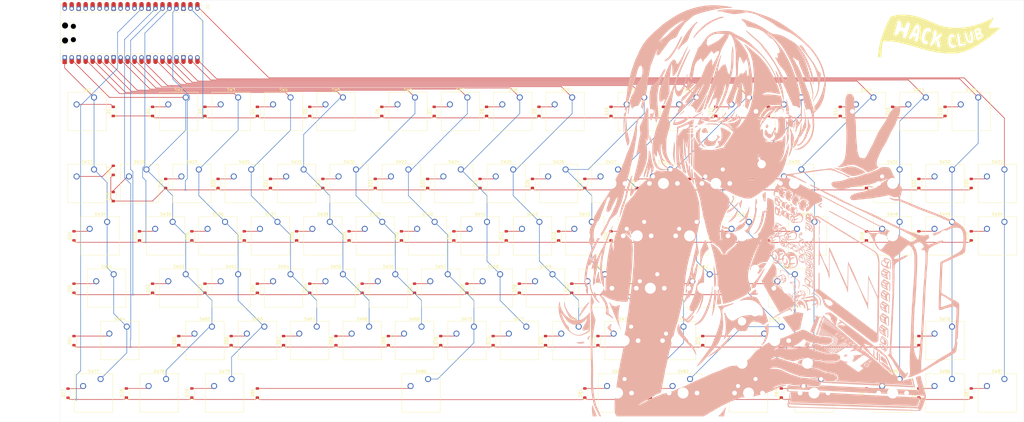
<source format=kicad_pcb>
(kicad_pcb (version 20241229) (generator "pcbnew") (generator_version "9.0")
  (layers (0 "F.Cu" signal) (2 "B.Cu" signal) (13 "F.Paste" user) (15 "B.Paste" user) (5 "F.SilkS" user "F.Silkscreen") (7 "B.SilkS" user "B.Silkscreen") (1 "F.Mask" user) (3 "B.Mask" user) (25 "Edge.Cuts" user))
  (net 0 "")
  (net 1 "ROW 5")
  (net 4 "COL 9")
  (net 5 "COL 13")
  (net 6 "COL 3")
  (net 8 "ROW 2")
  (net 12 "COL 6")
  (net 13 "COL 10")
  (net 14 "ROW 3")
  (net 16 "COL 8")
  (net 18 "COL 11")
  (net 24 "COL 7")
  (net 26 "ROW 6")
  (net 29 "COL 12")
  (net 30 "COL 4")
  (net 31 "COL 2")
  (net 33 "ROW 1")
  (net 34 "ROW 4")
  (net 38 "COL 14")
  (net 41 "COL 16")
  (net 43 "COL 15")
  (net 51 "COL 5")
  (net 52 "COL 17")
  (net 54 "COL 1")
  (net 58 "Net-(D1-A)")
  (net 59 "Net-(D2-A)")
  (net 60 "Net-(D3-A)")
  (net 61 "Net-(D4-A)")
  (net 62 "Net-(D5-A)")
  (net 63 "Net-(D6-A)")
  (net 64 "Net-(D7-A)")
  (net 65 "Net-(D8-A)")
  (net 66 "Net-(D9-A)")
  (net 67 "Net-(D10-A)")
  (net 68 "Net-(D11-A)")
  (net 69 "Net-(D12-A)")
  (net 70 "Net-(D13-A)")
  (net 71 "Net-(D14-A)")
  (net 72 "Net-(D15-A)")
  (net 73 "Net-(D16-A)")
  (net 74 "Net-(D17-A)")
  (net 75 "Net-(D18-A)")
  (net 76 "Net-(D19-A)")
  (net 77 "Net-(D20-A)")
  (net 78 "Net-(D21-A)")
  (net 79 "Net-(D22-A)")
  (net 80 "Net-(D23-A)")
  (net 81 "Net-(D24-A)")
  (net 82 "Net-(D25-A)")
  (net 83 "Net-(D26-A)")
  (net 84 "Net-(D27-A)")
  (net 85 "Net-(D28-A)")
  (net 86 "Net-(D29-A)")
  (net 87 "Net-(D30-A)")
  (net 88 "Net-(D31-A)")
  (net 89 "Net-(D32-A)")
  (net 90 "Net-(D33-A)")
  (net 91 "Net-(D34-A)")
  (net 92 "Net-(D35-A)")
  (net 93 "Net-(D36-A)")
  (net 94 "Net-(D37-A)")
  (net 95 "Net-(D38-A)")
  (net 96 "Net-(D39-A)")
  (net 97 "Net-(D40-A)")
  (net 98 "Net-(D41-A)")
  (net 99 "Net-(D42-A)")
  (net 100 "Net-(D43-A)")
  (net 101 "Net-(D44-A)")
  (net 102 "Net-(D45-A)")
  (net 103 "Net-(D46-A)")
  (net 104 "Net-(D47-A)")
  (net 105 "Net-(D48-A)")
  (net 106 "Net-(D49-A)")
  (net 107 "Net-(D50-A)")
  (net 108 "Net-(D51-A)")
  (net 109 "Net-(D52-A)")
  (net 110 "Net-(D53-A)")
  (net 111 "Net-(D54-A)")
  (net 112 "Net-(D55-A)")
  (net 113 "Net-(D56-A)")
  (net 114 "Net-(D57-A)")
  (net 115 "Net-(D58-A)")
  (net 116 "Net-(D59-A)")
  (net 117 "Net-(D60-A)")
  (net 118 "Net-(D61-A)")
  (net 119 "Net-(D62-A)")
  (net 120 "Net-(D63-A)")
  (net 121 "Net-(D64-A)")
  (net 122 "Net-(D65-A)")
  (net 123 "Net-(D66-A)")
  (net 124 "Net-(D67-A)")
  (net 125 "Net-(D68-A)")
  (net 126 "Net-(D69-A)")
  (net 127 "Net-(D70-A)")
  (net 128 "Net-(D71-A)")
  (net 129 "Net-(D72-A)")
  (net 130 "Net-(D73-A)")
  (net 131 "Net-(D74-A)")
  (net 132 "Net-(D75-A)")
  (net 133 "Net-(D76-A)")
  (net 134 "Net-(D77-A)")
  (net 135 "Net-(D78-A)")
  (net 136 "Net-(D79-A)")
  (net 137 "Net-(D80-A)")
  (net 138 "Net-(D81-A)")
  (net 139 "Net-(D82-A)")
  (net 140 "Net-(D83-A)")
  (net 141 "Net-(D84-A)")
  (net 142 "Net-(D85-A)")
  (net 143 "Net-(D86-A)")
  (net 144 "Net-(D87-A)")
  (footprint "Button_Switch_Keyboard:SW_Cherry_MX_1.00u_PCB" (layer "F.Cu") (at 243.04625 61.595)
    (property "Reference" "SW10")
    (property "Value" "F9")
  )
  (footprint "Diode_SMD:D_SOD-123" (layer "F.Cu") (at 147.6375 66.675 90)
    (property "Reference" "D6")
    (property "Value" "D")
  )
  (footprint "Diode_SMD:D_SOD-123" (layer "F.Cu") (at 314.325 66.675 90)
    (property "Reference" "D14")
    (property "Value" "D")
  )
  (footprint "Button_Switch_Keyboard:SW_Cherry_MX_1.00u_PCB" (layer "F.Cu") (at 345.4404 61.595)
    (property "Reference" "SW15")
    (property "Value" "F14")
  )
  (footprint "Diode_SMD:D_SOD-123" (layer "F.Cu") (at 64.29415 130.96995 90)
    (property "Reference" "D52")
    (property "Value" "D")
  )
  (footprint "Button_Switch_Keyboard:SW_Cherry_MX_1.00u_PCB" (layer "F.Cu") (at 90.64705 106.83875)
    (property "Reference" "SW36")
    (property "Value" "W")
  )
  (footprint "Diode_SMD:D_SOD-123" (layer "F.Cu") (at 126.20825 92.86915 90)
    (property "Reference" "D22")
    (property "Value" "D")
  )
  (footprint "Button_Switch_Keyboard:SW_Cherry_MX_1.25u_PCB" (layer "F.Cu") (at 283.5275 163.98875)
    (property "Reference" "SW83")
    (property "Value" "Menu")
  )
  (footprint "Diode_SMD:D_SOD-123" (layer "F.Cu") (at 207.17155 150.01875 90)
    (property "Reference" "D72")
    (property "Value" "D")
  )
  (footprint "Button_Switch_Keyboard:SW_Cherry_MX_2.25u_PCB" (layer "F.Cu") (at 54.9275 144.93875)
    (property "Reference" "SW64")
    (property "Value" "Shift")
  )
  (footprint "Diode_SMD:D_SOD-123" (layer "F.Cu") (at 35.71875 111.91875 90)
    (property "Reference" "D34")
    (property "Value" "D")
  )
  (footprint "Button_Switch_Keyboard:SW_Cherry_MX_1.00u_PCB" (layer "F.Cu") (at 326.39 61.595)
    (property "Reference" "SW14")
    (property "Value" "F13")
  )
  (footprint "Diode_SMD:D_SOD-123" (layer "F.Cu") (at 169.07075 150.01875 90)
    (property "Reference" "D70")
    (property "Value" "D")
  )
  (footprint "Button_Switch_Keyboard:SW_Cherry_MX_1.00u_PCB" (layer "F.Cu") (at 114.45955 125.88875)
    (property "Reference" "SW54")
    (property "Value" "D")
  )
  (footprint "Diode_SMD:D_SOD-123" (layer "F.Cu") (at 88.10745 92.86915 90)
    (property "Reference" "D20")
    (property "Value" "D")
  )
  (footprint "Diode_SMD:D_SOD-123" (layer "F.Cu") (at 245.26875 169.06875 90)
    (property "Reference" "D82")
    (property "Value" "D")
  )
  (footprint "Button_Switch_Keyboard:SW_Cherry_MX_1.00u_PCB" (layer "F.Cu") (at 181.13575 144.93875)
    (property "Reference" "SW70")
    (property "Value" "N")
  )
  (footprint "Diode_SMD:D_SOD-123" (layer "F.Cu") (at 183.35945 92.86915 90)
    (property "Reference" "D25")
    (property "Value" "D")
  )
  (footprint "Diode_SMD:D_SOD-123" (layer "F.Cu") (at 240.51065 92.86915 90)
    (property "Reference" "D28")
    (property "Value" "D")
  )
  (footprint "Diode_SMD:D_SOD-123" (layer "F.Cu") (at 211.93485 111.91875 90)
    (property "Reference" "D43")
    (property "Value" "D")
  )
  (footprint "Button_Switch_Keyboard:SW_Cherry_MX_1.00u_PCB" (layer "F.Cu") (at 62.07165 87.78915)
    (property "Reference" "SW18")
    (property "Value" "1")
  )
  (footprint "Button_Switch_Keyboard:SW_Cherry_MX_1.00u_PCB" (layer "F.Cu") (at 95.40915 125.88875)
    (property "Reference" "SW53")
    (property "Value" "S")
  )
  (footprint "Diode_SMD:D_SOD-123" (layer "F.Cu") (at 121.44535 66.675 90)
    (property "Reference" "D5")
    (property "Value" "D")
  )
  (footprint "Diode_SMD:D_SOD-123" (layer "F.Cu") (at 323.85 169.06875 90)
    (property "Reference" "D85")
    (property "Value" "D")
  )
  (footprint "Button_Switch_Keyboard:SW_Cherry_MX_1.00u_PCB" (layer "F.Cu") (at 81.12205 87.78915)
    (property "Reference" "SW19")
    (property "Value" "2")
  )
  (footprint "Diode_SMD:D_SOD-123" (layer "F.Cu") (at 54.76875 169.06875 90)
    (property "Reference" "D78")
    (property "Value" "D")
  )
  (footprint "Diode_SMD:D_SOD-123" (layer "F.Cu") (at 250.03565 111.91875 90)
    (property "Reference" "D45")
    (property "Value" "D")
  )
  (footprint "Diode_SMD:D_SOD-123" (layer "F.Cu") (at 102.39495 66.675 90)
    (property "Reference" "D4")
    (property "Value" "D")
  )
  (footprint "Button_Switch_Keyboard:SW_Cherry_MX_1.00u_PCB" (layer "F.Cu") (at 166.84865 106.83875)
    (property "Reference" "SW40")
    (property "Value" "Y")
  )
  (footprint "Diode_SMD:D_SOD-123" (layer "F.Cu") (at 178.59655 130.96995 90)
    (property "Reference" "D58")
    (property "Value" "D")
  )
  (footprint "Button_Switch_Keyboard:SW_Cherry_MX_1.00u_PCB" (layer "F.Cu") (at 262.09665 61.595)
    (property "Reference" "SW11")
    (property "Value" "F10")
  )
  (footprint "Diode_SMD:D_SOD-123" (layer "F.Cu") (at 288.13645 111.91875 90)
    (property "Reference" "D47")
    (property "Value" "D")
  )
  (footprint "Diode_SMD:D_SOD-123" (layer "F.Cu") (at 323.85 111.91875 90)
    (property "Reference" "D48")
    (property "Value" "D")
  )
  (footprint "Button_Switch_Keyboard:SW_Cherry_MX_1.00u_PCB" (layer "F.Cu") (at 354.965 87.78875)
    (property "Reference" "SW32")
    (property "Value" "Home")
  )
  (footprint "Diode_SMD:D_SOD-123" (layer "F.Cu") (at 250.03165 66.675 90)
    (property "Reference" "D11")
    (property "Value" "D")
  )
  (footprint "Diode_SMD:D_SOD-123" (layer "F.Cu") (at 323.85 92.86875 90)
    (property "Reference" "D31")
    (property "Value" "D")
  )
  (footprint "Diode_SMD:D_SOD-123" (layer "F.Cu") (at 185.7383 66.675 90)
    (property "Reference" "D8")
    (property "Value" "D")
  )
  (footprint "Button_Switch_Keyboard:SW_Cherry_MX_1.00u_PCB" (layer "F.Cu") (at 171.61075 125.88875)
    (property "Reference" "SW57")
    (property "Value" "H")
  )
  (footprint "Button_Switch_Keyboard:SW_Cherry_MX_1.00u_PCB" (layer "F.Cu") (at 95.40915 61.595)
    (property "Reference" "SW3")
    (property "Value" "F2")
  )
  (footprint "Button_Switch_Keyboard:SW_Cherry_MX_1.00u_PCB" (layer "F.Cu") (at 262.10065 106.83875)
    (property "Reference" "SW45")
    (property "Value" "[/{")
  )
  (footprint "Diode_SMD:D_SOD-123" (layer "F.Cu") (at 197.64695 130.96995 90)
    (property "Reference" "D59")
    (property "Value" "D")
  )
  (footprint "Button_Switch_Keyboard:SW_Cherry_MX_1.00u_PCB" (layer "F.Cu") (at 133.50995 125.88875)
    (property "Reference" "SW55")
    (property "Value" "F")
  )
  (footprint "Diode_SMD:D_SOD-123" (layer "F.Cu") (at 361.9504 111.91875 90)
    (property "Reference" "D50")
    (property "Value" "D")
  )
  (footprint "Diode_SMD:D_SOD-123" (layer "F.Cu") (at 102.39375 169.06875 90)
    (property "Reference" "D80")
    (property "Value" "D")
  )
  (footprint "Button_Switch_Keyboard:SW_Cherry_MX_1.00u_PCB" (layer "F.Cu") (at 281.14705 61.595)
    (property "Reference" "SW12")
    (property "Value" "F11")
  )
  (footprint "Button_Switch_Keyboard:SW_Cherry_MX_1.00u_PCB" (layer "F.Cu") (at 157.32365 87.78915)
    (property "Reference" "SW23")
    (property "Value" "6")
  )
  (footprint "Diode_SMD:D_SOD-123" (layer "F.Cu") (at 278.61145 92.86915 90)
    (property "Reference" "D30")
    (property "Value" "D")
  )
  (footprint "Demo:hacklogo" (layer "F.Cu") (at 350.3 39.225)
    (property "Reference" "G***" (hide yes))
    (property "Value" "LOGO" (hide yes))
  )
  (footprint "Diode_SMD:D_SOD-123" (layer "F.Cu") (at 78.58205 111.91875 90)
    (property "Reference" "D36")
    (property "Value" "D")
  )
  (footprint "Diode_SMD:D_SOD-123" (layer "F.Cu") (at 273.84855 130.96995 90)
    (property "Reference" "D63")
    (property "Value" "D")
  )
  (footprint "Diode_SMD:D_SOD-123" (layer "F.Cu") (at 59.53125 111.91875 90)
    (property "Reference" "D35")
    (property "Value" "D")
  )
  (footprint "Button_Switch_Keyboard:SW_Cherry_MX_1.00u_PCB" (layer "F.Cu") (at 119.22285 87.78915)
    (property "Reference" "SW21")
    (property "Value" "4")
  )
  (footprint "Button_Switch_Keyboard:SW_Cherry_MX_1.00u_PCB" (layer "F.Cu") (at 374.015 163.98875)
    (property "Reference" "SW87")
    (property "Value" "A_RIGHT")
  )
  (footprint "Diode_SMD:D_SOD-123" (layer "F.Cu") (at 221.45625 169.06875 90)
    (property "Reference" "D81")
    (property "Value" "D")
  )
  (footprint "Diode_SMD:D_SOD-123" (layer "F.Cu") (at 135.73325 111.91875 90)
    (property "Reference" "D39")
    (property "Value" "D")
  )
  (footprint "Button_Switch_Keyboard:SW_Cherry_MX_1.00u_PCB" (layer "F.Cu") (at 152.56035 125.88875)
    (property "Reference" "SW56")
    (property "Value" "G")
  )
  (footprint "Diode_SMD:D_SOD-123" (layer "F.Cu") (at 154.78365 111.91875 90)
    (property "Reference" "D40")
    (property "Value" "D")
  )
  (footprint "Diode_SMD:D_SOD-123" (layer "F.Cu") (at 361.9496 92.86875 90)
    (property "Reference" "D33")
    (property "Value" "D")
  )
  (footprint "Button_Switch_Keyboard:SW_Cherry_MX_1.00u_PCB" (layer "F.Cu") (at 214.47485 87.78915)
    (property "Reference" "SW26")
    (property "Value" "9")
  )
  (footprint "Diode_SMD:D_SOD-123" (layer "F.Cu") (at 83.34455 66.675 90)
    (property "Reference" "D3")
    (property "Value" "D")
  )
  (footprint "Diode_SMD:D_SOD-123" (layer "F.Cu") (at 216.69735 130.96995 90)
    (property "Reference" "D60")
    (property "Value" "D")
  )
  (footprint "Button_Switch_Keyboard:SW_Cherry_MX_1.00u_PCB" (layer "F.Cu") (at 209.71155 125.88875)
    (property "Reference" "SW59")
    (property "Value" "K")
  )
  (footprint "Button_Switch_Keyboard:SW_Cherry_MX_1.00u_PCB" (layer "F.Cu") (at 238.28695 144.93875)
    (property "Reference" "SW73")
    (property "Value" ">")
  )
  (footprint "Button_Switch_Keyboard:SW_Cherry_MX_6.25u_PCB" (layer "F.Cu") (at 164.465 163.98875)
    (property "Reference" "SW80")
    (property "Value" "Space")
  )
  (footprint "Button_Switch_Keyboard:SW_Cherry_MX_1.00u_PCB" (layer "F.Cu") (at 354.965 106.83875)
    (property "Reference" "SW49")
    (property "Value" "End")
  )
  (footprint "Button_Switch_Keyboard:SW_Cherry_MX_1.00u_PCB" (layer "F.Cu") (at 159.7025 61.595)
    (property "Reference" "SW6")
    (property "Value" "F5")
  )
  (footprint "Diode_SMD:D_SOD-123" (layer "F.Cu") (at 192.88445 111.91875 90)
    (property "Reference" "D42")
    (property "Value" "D")
  )
  (footprint "Diode_SMD:D_SOD-123" (layer "F.Cu") (at 259.56105 92.86915 90)
    (property "Reference" "D29")
    (property "Value" "D")
  )
  (footprint "Diode_SMD:D_SOD-123" (layer "F.Cu") (at 245.27235 150.01875 90)
    (property "Reference" "D74")
    (property "Value" "D")
  )
  (footprint "Button_Switch_Keyboard:SW_Cherry_MX_1.00u_PCB" (layer "F.Cu") (at 223.99985 106.83875)
    (property "Reference" "SW43")
    (property "Value" "O")
  )
  (footprint "Diode_SMD:D_SOD-123" (layer "F.Cu") (at 292.89375 169.06875 90)
    (property "Reference" "D84")
    (property "Value" "D")
  )
  (footprint "Button_Switch_Keyboard:SW_Cherry_MX_1.25u_PCB" (layer "F.Cu") (at 93.0275 163.98875)
    (property "Reference" "SW79")
    (property "Value" "Alt")
  )
  (footprint "Diode_SMD:D_SOD-123" (layer "F.Cu") (at 342.9004 169.06875 90)
    (property "Reference" "D86")
    (property "Value" "D")
  )
  (footprint "Button_Switch_Keyboard:SW_Cherry_MX_1.00u_PCB" (layer "F.Cu") (at 216.8537 61.595)
    (property "Reference" "SW9")
    (property "Value" "F8")
  )
  (footprint "Button_Switch_Keyboard:SW_Cherry_MX_1.00u_PCB" (layer "F.Cu") (at 100.17245 87.78915)
    (property "Reference" "SW20")
    (property "Value" "3")
  )
  (footprint "Button_Switch_Keyboard:SW_Cherry_MX_1.00u_PCB" (layer "F.Cu") (at 197.8033 61.595)
    (property "Reference" "SW8")
    (property "Value" "F7")
  )
  (footprint "Button_Switch_Keyboard:SW_Cherry_MX_1.25u_PCB" (layer "F.Cu") (at 259.715 163.98875)
    (property "Reference" "SW82")
    (property "Value" "OS")
  )
  (footprint "Button_Switch_Keyboard:SW_Cherry_MX_1.00u_PCB" (layer "F.Cu") (at 114.45955 61.595)
    (property "Reference" "SW4")
    (property "Value" "F3")
  )
  (footprint "Diode_SMD:D_SOD-123" (layer "F.Cu") (at 35.71875 130.96995 90)
    (property "Reference" "D51")
    (property "Value" "D")
  )
  (footprint "Button_Switch_Keyboard:SW_Cherry_MX_1.00u_PCB" (layer "F.Cu") (at 76.35875 61.595)
    (property "Reference" "SW2")
    (property "Value" "F1")
  )
  (footprint "Diode_SMD:D_SOD-123" (layer "F.Cu") (at 111.91955 150.01875 90)
    (property "Reference" "D67")
    (property "Value" "D")
  )
  (footprint "Diode_SMD:D_SOD-123" (layer "F.Cu") (at 116.68285 111.91875 90)
    (property "Reference" "D38")
    (property "Value" "D")
  )
  (footprint "Button_Switch_Keyboard:SW_Cherry_MX_1.00u_PCB" (layer "F.Cu") (at 374.0146 87.78875)
    (property "Reference" "SW33")
    (property "Value" "Page Up")
  )
  (footprint "Diode_SMD:D_SOD-123" (layer "F.Cu") (at 226.22195 150.01875 90)
    (property "Reference" "D73")
    (property "Value" "D")
  )
  (footprint "Button_Switch_Keyboard:SW_Cherry_MX_1.00u_PCB" (layer "F.Cu") (at 162.08535 144.93875)
    (property "Reference" "SW69")
    (property "Value" "B")
  )
  (footprint "Button_Switch_Keyboard:SW_Cherry_MX_1.00u_PCB" (layer "F.Cu") (at 176.37405 87.78915)
    (property "Reference" "SW24")
    (property "Value" "7")
  )
  (footprint "Button_Switch_Keyboard:SW_Cherry_MX_1.00u_PCB" (layer "F.Cu") (at 43.02125 61.595)
    (property "Reference" "SW1")
    (property "Value" "Esc")
  )
  (footprint "Button_Switch_Keyboard:SW_Cherry_MX_1.00u_PCB" (layer "F.Cu") (at 185.89905 106.83875)
    (property "Reference" "SW41")
    (property "Value" "U")
  )
  (footprint "Button_Switch_Keyboard:SW_Cherry_MX_1.00u_PCB" (layer "F.Cu") (at 200.18615 144.93875)
    (property "Reference" "SW71")
    (property "Value" "M")
  )
  (footprint "Button_Switch_Keyboard:SW_Cherry_MX_1.00u_PCB" (layer "F.Cu") (at 133.50995 61.595)
    (property "Reference" "SW5")
    (property "Value" "F4")
  )
  (footprint "Diode_SMD:D_SOD-123" (layer "F.Cu") (at 78.58125 169.06875 90)
    (property "Reference" "D79")
    (property "Value" "D")
  )
  (footprint "Button_Switch_Keyboard:SW_Cherry_MX_1.25u_PCB" (layer "F.Cu") (at 307.34 163.98875)
    (property "Reference" "SW84")
    (property "Value" "Ctrl")
  )
  (footprint "Diode_SMD:D_SOD-123" (layer "F.Cu") (at 235.74775 130.96995 90)
    (property "Reference" "D61")
    (property "Value" "D")
  )
  (footprint "Button_Switch_Keyboard:SW_Cherry_MX_1.00u_PCB" (layer "F.Cu") (at 178.7529 61.595)
    (property "Reference" "SW7")
    (property "Value" "F6")
  )
  (footprint "Button_Switch_Keyboard:SW_Cherry_MX_1.00u_PCB" (layer "F.Cu") (at 219.23655 144.93875)
    (property "Reference" "SW72")
    (property "Value" "<")
  )
  (footprint "Diode_SMD:D_SOD-123" (layer "F.Cu") (at 230.98525 111.91875 90)
    (property "Reference" "D44")
    (property "Value" "D")
  )
  (footprint "Button_Switch_Keyboard:SW_Cherry_MX_1.00u_PCB" (layer "F.Cu") (at 190.66115 125.88875)
    (property "Reference" "SW58")
    (property "Value" "J")
  )
  (footprint "Diode_SMD:D_SOD-123" (layer "F.Cu") (at 107.15785 92.86915 90)
    (property "Reference" "D21")
    (property "Value" "D")
  )
  (footprint "Button_Switch_Keyboard:SW_Cherry_MX_1.00u_PCB" (layer "F.Cu") (at 109.69745 106.83875)
    (property "Reference" "SW37")
    (property "Value" "E")
  )
  (footprint "Diode_SMD:D_SOD-123" (layer "F.Cu") (at 166.6879 66.675 90)
    (property "Reference" "D7")
    (property "Value" "D")
  )
  (footprint "Button_Switch_Keyboard:SW_Cherry_MX_2.75u_PCB" (layer "F.Cu") (at 293.0525 144.93875)
    (property "Reference" "SW75")
    (property "Value" "SH")
  )
  (footprint "Diode_SMD:D_SOD-123" (layer "F.Cu") (at 33.55 169.125 90)
    (property "Reference" "D77")
    (property "Value" "D")
  )
  (footprint "Button_Switch_Keyboard:SW_Cherry_MX_1.00u_PCB" (layer "F.Cu") (at 204.94945 106.83875)
    (property "Reference" "SW42")
    (property "Value" "I")
  )
  (footprint "Diode_SMD:D_SOD-123" (layer "F.Cu") (at 69.05705 92.86915 90)
    (property "Reference" "D19")
    (property "Value" "D")
  )
  (footprint "Button_Switch_Keyboard:SW_Cherry_MX_1.00u_PCB" (layer "F.Cu") (at 76.35875 125.88875)
    (property "Reference" "SW52")
    (property "Value" "a")
  )
  (footprint "Diode_SMD:D_SOD-123" (layer "F.Cu") (at 202.40985 92.86915 90)
    (property "Reference" "D26")
    (property "Value" "D")
  )
  (footprint "Diode_SMD:D_SOD-123" (layer "F.Cu") (at 269.08605 111.91875 90)
    (property "Reference" "D46")
    (property "Value" "D")
  )
  (footprint "Button_Switch_Keyboard:SW_Cherry_MX_1.00u_PCB" (layer "F.Cu") (at 252.57565 87.78915)
    (property "Reference" "SW28")
    (property "Value" "-/_")
  )
  (footprint "Diode_SMD:D_SOD-123" (layer "F.Cu") (at 130.96995 150.01875 90)
    (property "Reference" "D68")
    (property "Value" "D")
  )
  (footprint "Diode_SMD:D_SOD-123" (layer "F.Cu") (at 83.34455 130.96995 90)
    (property "Reference" "D53")
    (property "Value" "D")
  )
  (footprint "Diode_SMD:D_SOD-123" (layer "F.Cu") (at 173.83405 111.91875 90)
    (property "Reference" "D41")
    (property "Value" "D")
  )
  (footprint "Button_Switch_Keyboard:SW_Cherry_MX_1.75u_PCB" (layer "F.Cu") (at 50.165 125.88995)
    (property "Reference" "SW51")
    (property "Value" "Caps Lock")
  )
  (footprint "Module:RaspberryPi_Pico_Common_Unspecified" (layer "F.Cu") (at 56.475 38.175 90)
    (property "Reference" "A1")
    (property "Value" "RaspberryPi_Pico")
  )
  (footprint "Button_Switch_Keyboard:SW_Cherry_MX_1.00u_PCB" (layer "F.Cu") (at 147.79825 106.83875)
    (property "Reference" "SW39")
    (property "Value" "T")
  )
  (footprint "Button_Switch_Keyboard:SW_Cherry_MX_1.00u_PCB" (layer "F.Cu") (at 257.33735 144.93875)
    (property "Reference" "SW74")
    (property "Value" "?")
  )
  (footprint "Diode_SMD:D_SOD-123" (layer "F.Cu") (at 361.9508 169.06875 90)
    (property "Reference" "D87")
    (property "Value" "D")
  )
  (footprint "Diode_SMD:D_SOD-123" (layer "F.Cu") (at 73.81875 150.01875 90)
    (property "Reference" "D65")
    (property "Value" "D")
  )
  (footprint "Button_Switch_Keyboard:SW_Cherry_MX_1.00u_PCB" (layer "F.Cu") (at 364.4908 61.595)
    (property "Reference" "SW16")
    (property "Value" "F15")
  )
  (footprint "Button_Switch_Keyboard:SW_Cherry_MX_1.00u_PCB" (layer "F.Cu") (at 104.93415 144.93875)
    (property "Reference" "SW66")
    (property "Value" "X")
  )
  (footprint "Button_Switch_Keyboard:SW_Cherry_MX_1.50u_PCB" (layer "F.Cu") (at 47.78375 106.83875)
    (property "Reference" "SW34")
    (property "Value" "Tab")
  )
  (footprint "Diode_SMD:D_SOD-123" (layer "F.Cu") (at 102.39495 130.96995 90)
    (property "Reference" "D54")
    (property "Value" "D")
  )
  (footprint "Button_Switch_Keyboard:SW_Cherry_MX_1.00u_PCB" (layer "F.Cu") (at 85.88375 144.93875)
    (property "Reference" "SW65")
    (property "Value" "Z")
  )
  (footprint "Diode_SMD:D_SOD-123" (layer "F.Cu") (at 204.7887 66.675 90)
    (property "Reference" "D9")
    (property "Value" "D")
  )
  (footprint "Diode_SMD:D_SOD-123" (layer "F.Cu") (at 50.00625 88.10625 90)
    (property "Reference" "D17")
    (property "Value" "D")
  )
  (footprint "Button_Switch_Keyboard:SW_Cherry_MX_1.00u_PCB" (layer "F.Cu") (at 233.52525 87.78915)
    (property "Reference" "SW27")
    (property "Value" "0")
  )
  (footprint "Diode_SMD:D_SOD-123" (layer "F.Cu") (at 64.29415 66.675 90)
    (property "Reference" "D2")
    (property "Value" "D")
  )
  (footprint "Button_Switch_Keyboard:SW_Cherry_MX_1.25u_PCB" (layer "F.Cu") (at 45.4025 163.98875)
    (property "Reference" "SW77")
    (property "Value" "Ctrl")
  )
  (footprint "Diode_SMD:D_SOD-123" (layer "F.Cu") (at 269.08205 66.675 90)
    (property "Reference" "D12")
    (property "Value" "D")
  )
  (footprint "Button_Switch_Keyboard:SW_Cherry_MX_1.00u_PCB" (layer "F.Cu") (at 71.59625 106.83875)
    (property "Reference" "SW35")
    (property "Value" "Q")
  )
  (footprint "Button_Switch_Keyboard:SW_Cherry_MX_1.00u_PCB" (layer "F.Cu") (at 266.86275 125.88875)
    (property "Reference" "SW62")
    (property "Value" "\"/'")
  )
  (footprint "Diode_SMD:D_SOD-123" (layer "F.Cu") (at 50.00625 66.675 90)
    (property "Reference" "D1")
    (property "Value" "D")
  )
  (footprint "Button_Switch_Keyboard:SW_Cherry_MX_1.00u_PCB" (layer "F.Cu") (at 335.915 106.83875)
    (property "Reference" "SW48")
    (property "Value" "Delete")
  )
  (footprint "Diode_SMD:D_SOD-123" (layer "F.Cu") (at 254.79815 130.96995 90)
    (property "Reference" "D62")
    (property "Value" "D")
  )
  (footprint "Diode_SMD:D_SOD-123" (layer "F.Cu") (at 121.44535 130.96995 90)
    (property "Reference" "D55")
    (property "Value" "D")
  )
  (footprint "Button_Switch_Keyboard:SW_Cherry_MX_1.00u_PCB" (layer "F.Cu") (at 143.03495 144.93875)
    (property "Reference" "SW68")
    (property "Value" "V")
  )
  (footprint "Button_Switch_Keyboard:SW_Cherry_MX_1.00u_PCB" (layer "F.Cu") (at 123.98455 144.93875)
    (property "Reference" "SW67")
    (property "Value" "C")
  )
  (footprint "Button_Switch_Keyboard:SW_Cherry_MX_1.00u_PCB" (layer "F.Cu") (at 354.965 163.98875)
    (property "Reference" "SW86")
    (property "Value" "A_DOWN")
  )
  (footprint "Diode_SMD:D_SOD-123" (layer "F.Cu") (at 269.08125 169.06875 90)
    (property "Reference" "D83")
    (property "Value" "D")
  )
  (footprint "Diode_SMD:D_SOD-123" (layer "F.Cu") (at 342.9 111.91875 90)
    (property "Reference" "D49")
    (property "Value" "D")
  )
  (footprint "Diode_SMD:D_SOD-123" (layer "F.Cu") (at 352.4258 66.675 90)
    (property "Reference" "D16")
    (property "Value" "D")
  )
  (footprint "Diode_SMD:D_SOD-123" (layer "F.Cu") (at 97.63245 111.91875 90)
    (property "Reference" "D37")
    (property "Value" "D")
  )
  (footprint "Button_Switch_Keyboard:SW_Cherry_MX_1.00u_PCB" (layer "F.Cu") (at 374.0154 106.83875)
    (property "Reference" "SW50")
    (property "Value" "Page Down")
  )
  (footprint "Button_Switch_Keyboard:SW_Cherry_MX_1.00u_PCB" (layer "F.Cu") (at 43.02125 87.78915)
    (property "Reference" "SW17")
    (property "Value" "`/~")
  )
  (footprint "Button_Switch_Keyboard:SW_Cherry_MX_1.00u_PCB" (layer "F.Cu") (at 128.74785 106.83875)
    (property "Reference" "SW38")
    (property "Value" "R")
  )
  (footprint "Button_Switch_Keyboard:SW_Cherry_MX_1.25u_PCB" (layer "F.Cu") (at 69.215 163.98875)
    (property "Reference" "SW78")
    (property "Value" "OS")
  )
  (footprint "Diode_SMD:D_SOD-123" (layer "F.Cu") (at 35.71875 150.01875 90)
    (property "Reference" "D64")
    (property "Value" "D")
  )
  (footprint "Diode_SMD:D_SOD-123" (layer "F.Cu") (at 164.30905 92.86915 90)
    (property "Reference" "D24")
    (property "Value" "D")
  )
  (footprint "Diode_SMD:D_SOD-123" (layer "F.Cu") (at 333.3754 66.675 90)
    (property "Reference" "D15")
    (property "Value" "D")
  )
  (footprint "Button_Switch_Keyboard:SW_Cherry_MX_1.00u_PCB" (layer "F.Cu") (at 281.15105 106.83875)
    (property "Reference" "SW46")
    (property "Value" "]/}")
  )
  (footprint "Diode_SMD:D_SOD-123" (layer "F.Cu") (at 159.54615 130.96995 90)
    (property "Reference" "D57")
    (property "Value" "D")
  )
  (footprint "Button_Switch_Keyboard:SW_Cherry_MX_1.25u_PCB" (layer "F.Cu") (at 235.9025 163.98875)
    (property "Reference" "SW81")
    (property "Value" "Alt")
  )
  (footprint "Diode_SMD:D_SOD-123" (layer "F.Cu") (at 188.12115 150.01875 90)
    (property "Reference" "D71")
    (property "Value" "D")
  )
  (footprint "Diode_SMD:D_SOD-123" (layer "F.Cu") (at 140.49575 130.96995 90)
    (property "Reference" "D56")
    (property "Value" "D")
  )
  (footprint "Button_Switch_Keyboard:SW_Cherry_MX_1.00u_PCB" (layer "F.Cu") (at 354.965 144.93875)
    (property "Reference" "SW76")
    (property "Value" "A_UP")
  )
  (footprint "Button_Switch_Keyboard:SW_Cherry_MX_1.00u_PCB" (layer "F.Cu") (at 271.62605 87.78915)
    (property "Reference" "SW29")
    (property "Value" "=/+")
  )
  (footprint "Diode_SMD:D_SOD-123" (layer "F.Cu") (at 264.32275 150.01875 90)
    (property "Reference" "D75")
    (property "Value" "D")
  )
  (footprint "Button_Switch_Keyboard:SW_Cherry_MX_2.00u_PCB" (layer "F.Cu") (at 300.19625 87.78915)
    (property "Reference" "SW30")
    (property "Value" "Backspace")
  )
  (footprint "Diode_SMD:D_SOD-123" (layer "F.Cu") (at 230.98125 66.675 90)
    (property "Reference" "D10")
    (property "Value" "D")
  )
  (footprint "Diode_SMD:D_SOD-123" (layer "F.Cu") (at 288.13245 66.675 90)
    (property "Reference" "D13")
    (property "Value" "D")
  )
  (footprint "Diode_SMD:D_SOD-123" (layer "F.Cu") (at 342.9004 92.86875 90)
    (property "Reference" "D32")
    (property "Value" "D")
  )
  (footprint "Button_Switch_Keyboard:SW_Cherry_MX_1.00u_PCB" (layer "F.Cu") (at 138.27325 87.78915)
    (property "Reference" "SW22")
    (property "Value" "5")
  )
  (footprint "Diode_SMD:D_SOD-123" (layer "F.Cu") (at 150.02035 150.01875 90)
    (property "Reference" "D69")
    (property "Value" "D")
  )
  (footprint "Diode_SMD:D_SOD-123" (layer "F.Cu") (at 92.86915 150.01875 90)
    (property "Reference" "D66")
    (property "Value" "D")
  )
  (footprint "Button_Switch_Keyboard:SW_Cherry_MX_1.50u_PCB" (layer "F.Cu") (at 304.95875 106.83875)
    (property "Reference" "SW47")
    (property "Value" "\\ / |")
  )
  (footprint "Button_Switch_Keyboard:SW_Cherry_MX_1.00u_PCB" (layer "F.Cu") (at 300.19745 61.595)
    (property "Reference" "SW13")
    (property "Value" "F12")
  )
  (footprint "Button_Switch_Keyboard:SW_Cherry_MX_1.00u_PCB" (layer "F.Cu") (at 247.81235 125.88875)
    (property "Reference" "SW61")
    (property "Value" ":/;")
  )
  (footprint "Diode_SMD:D_SOD-123" (layer "F.Cu") (at 342.9 150.01875 90)
    (property "Reference" "D76")
    (property "Value" "D")
  )
  (footprint "Button_Switch_Keyboard:SW_Cherry_MX_2.25u_PCB" (layer "F.Cu") (at 297.815 125.88875)
    (property "Reference" "SW63")
    (property "Value" "Enter")
  )
  (footprint "Button_Switch_Keyboard:SW_Cherry_MX_1.00u_PCB" (layer "F.Cu") (at 335.915 87.78875)
    (property "Reference" "SW31")
    (property "Value" "Insert")
  )
  (footprint "Diode_SMD:D_SOD-123" (layer "F.Cu") (at 221.46025 92.86915 90)
    (property "Reference" "D27")
    (property "Value" "D")
  )
  (footprint "Button_Switch_Keyboard:SW_Cherry_MX_1.00u_PCB" (layer "F.Cu") (at 228.76195 125.88875)
    (property "Reference" "SW60")
    (property "Value" "L")
  )
  (footprint "Button_Switch_Keyboard:SW_Cherry_MX_1.00u_PCB" (layer "F.Cu") (at 243.05025 106.83875)
    (property "Reference" "SW44")
    (property "Value" "P")
  )
  (footprint "Button_Switch_Keyboard:SW_Cherry_MX_1.00u_PCB" (layer "F.Cu") (at 195.42445 87.78915)
    (property "Reference" "SW25")
    (property "Value" "8")
  )
  (footprint "Diode_SMD:D_SOD-123" (layer "F.Cu") (at 145.25865 92.86915 90)
    (property "Reference" "D23")
    (property "Value" "D")
  )
  (footprint "Button_Switch_Keyboard:SW_Cherry_MX_1.00u_PCB" (layer "F.Cu") (at 335.915 163.98875)
    (property "Reference" "SW85")
    (property "Value" "A_LEFT")
  )
  (footprint "Diode_SMD:D_SOD-123" (layer "F.Cu") (at 50.00625 97.63125 90)
    (property "Reference" "D18")
    (property "Value" "D")
  )
  (footprint "Demo:anime no back" (layer "B.Cu") (at 285.625 102.525 180)
    (property "Reference" "G***")
    (property "Value" "LOGO" (hide yes))
  )
  (gr_rect (start 30.65 26.2) (end 381.125 179.625) (stroke (width 0.05)) (fill no) (layer "Edge.Cuts"))
  (segment (start 149.31935 152.36975) (end 150.02035 151.66875) (width 0.2) (layer "F.Cu") (net 1))
  (segment (start 73.11775 152.36975) (end 73.81875 151.66875) (width 0.2) (layer "F.Cu") (net 1))
  (segment (start 150.02035 151.66875) (end 150.72135 152.36975) (width 0.2) (layer "F.Cu") (net 1))
  (segment (start 130.26895 152.36975) (end 130.96995 151.66875) (width 0.2) (layer "F.Cu") (net 1))
  (segment (start 150.72135 152.36975) (end 168.36975 152.36975) (width 0.2) (layer "F.Cu") (net 1))
  (segment (start 56.275 152.36975) (end 73.11775 152.36975) (width 0.2) (layer "F.Cu") (net 1))
  (segment (start 263.62175 152.36975) (end 264.32275 151.66875) (width 0.2) (layer "F.Cu") (net 1))
  (segment (start 111.21855 152.36975) (end 111.91955 151.66875) (width 0.2) (layer "F.Cu") (net 1))
  (segment (start 225.52095 152.36975) (end 226.22195 151.66875) (width 0.2) (layer "F.Cu") (net 1))
  (segment (start 169.07075 151.66875) (end 169.77175 152.36975) (width 0.2) (layer "F.Cu") (net 1))
  (segment (start 342.199 152.36975) (end 342.9 151.66875) (width 0.2) (layer "F.Cu") (net 1))
  (segment (start 187.42015 152.36975) (end 188.12115 151.66875) (width 0.2) (layer "F.Cu") (net 1))
  (segment (start 265.02375 152.36975) (end 342.199 152.36975) (width 0.2) (layer "F.Cu") (net 1))
  (segment (start 35.71875 151.66875) (end 36.41975 152.36975) (width 0.2) (layer "F.Cu") (net 1))
  (segment (start 226.92295 152.36975) (end 244.57135 152.36975) (width 0.2) (layer "F.Cu") (net 1))
  (segment (start 169.77175 152.36975) (end 187.42015 152.36975) (width 0.2) (layer "F.Cu") (net 1))
  (segment (start 188.12115 151.66875) (end 188.82215 152.36975) (width 0.2) (layer "F.Cu") (net 1))
  (segment (start 92.86915 151.66875) (end 93.57015 152.36975) (width 0.2) (layer "F.Cu") (net 1))
  (segment (start 131.67095 152.36975) (end 149.31935 152.36975) (width 0.2) (layer "F.Cu") (net 1))
  (segment (start 207.87255 152.36975) (end 225.52095 152.36975) (width 0.2) (layer "F.Cu") (net 1))
  (segment (start 245.97335 152.36975) (end 263.62175 152.36975) (width 0.2) (layer "F.Cu") (net 1))
  (segment (start 36.41975 152.36975) (end 56.275 152.36975) (width 0.2) (layer "F.Cu") (net 1))
  (segment (start 264.32275 151.66875) (end 265.02375 152.36975) (width 0.2) (layer "F.Cu") (net 1))
  (segment (start 73.81875 151.66875) (end 74.51975 152.36975) (width 0.2) (layer "F.Cu") (net 1))
  (segment (start 92.16815 152.36975) (end 92.86915 151.66875) (width 0.2) (layer "F.Cu") (net 1))
  (segment (start 130.96995 151.66875) (end 131.67095 152.36975) (width 0.2) (layer "F.Cu") (net 1))
  (segment (start 74.51975 152.36975) (end 92.16815 152.36975) (width 0.2) (layer "F.Cu") (net 1))
  (segment (start 244.57135 152.36975) (end 245.27235 151.66875) (width 0.2) (layer "F.Cu") (net 1))
  (segment (start 206.47055 152.36975) (end 207.17155 151.66875) (width 0.2) (layer "F.Cu") (net 1))
  (segment (start 111.91955 151.66875) (end 112.62055 152.36975) (width 0.2) (layer "F.Cu") (net 1))
  (segment (start 93.57015 152.36975) (end 111.21855 152.36975) (width 0.2) (layer "F.Cu") (net 1))
  (segment (start 207.17155 151.66875) (end 207.87255 152.36975) (width 0.2) (layer "F.Cu") (net 1))
  (segment (start 226.22195 151.66875) (end 226.92295 152.36975) (width 0.2) (layer "F.Cu") (net 1))
  (segment (start 188.82215 152.36975) (end 206.47055 152.36975) (width 0.2) (layer "F.Cu") (net 1))
  (segment (start 112.62055 152.36975) (end 130.26895 152.36975) (width 0.2) (layer "F.Cu") (net 1))
  (segment (start 168.36975 152.36975) (end 169.07075 151.66875) (width 0.2) (layer "F.Cu") (net 1))
  (segment (start 245.27235 151.66875) (end 245.97335 152.36975) (width 0.2) (layer "F.Cu") (net 1))
  (via (at 56.275 152.36975) (size 0.6) (drill 0.3) (layers "F.Cu" "B.Cu") (net 1))
  (segment (start 56.37064 149.41714) (end 56.2665 149.52128) (width 0.2) (layer "B.Cu") (net 1))
  (segment (start 56.37064 93.08967) (end 56.37064 149.41714) (width 0.2) (layer "B.Cu") (net 1))
  (segment (start 56.2665 152.36125) (end 56.275 152.36975) (width 0.2) (layer "B.Cu") (net 1))
  (segment (start 54.104 40.546) (end 54.104 90.82303) (width 0.2) (layer "B.Cu") (net 1))
  (segment (start 65.365 29.285) (end 54.104 40.546) (width 0.2) (layer "B.Cu") (net 1))
  (segment (start 56.2665 149.52128) (end 56.2665 152.36125) (width 0.2) (layer "B.Cu") (net 1))
  (segment (start 54.104 90.82303) (end 56.37064 93.08967) (width 0.2) (layer "B.Cu") (net 1))
  (segment (start 67.555 57.675) (end 212.9337 57.675) (width 0.2) (layer "F.Cu") (net 4))
  (segment (start 57.745 47.865) (end 67.555 57.675) (width 0.2) (layer "F.Cu") (net 4))
  (segment (start 212.9337 57.675) (end 216.8537 61.595) (width 0.2) (layer "F.Cu") (net 4))
  (segment (start 195.42445 87.78915) (end 195.42445 97.31375) (width 0.2) (layer "B.Cu") (net 4))
  (segment (start 219.23655 135.41375) (end 219.23655 144.93875) (width 0.2) (layer "B.Cu") (net 4))
  (segment (start 209.71155 125.88875) (end 219.23655 135.41375) (width 0.2) (layer "B.Cu") (net 4))
  (segment (start 196.524366 87.78915) (end 195.42445 87.78915) (width 0.2) (layer "B.Cu") (net 4))
  (segment (start 216.8537 67.459816) (end 196.524366 87.78915) (width 0.2) (layer "B.Cu") (net 4))
  (segment (start 216.8537 61.595) (end 216.8537 67.459816) (width 0.2) (layer "B.Cu") (net 4))
  (segment (start 195.42445 97.31375) (end 204.94945 106.83875) (width 0.2) (layer "B.Cu") (net 4))
  (segment (start 204.94945 106.83875) (end 204.94945 121.12665) (width 0.2) (layer "B.Cu") (net 4))
  (segment (start 204.94945 121.12665) (end 209.71155 125.88875) (width 0.2) (layer "B.Cu") (net 4))
  (segment (start 78.652 56.072) (end 294.67445 56.072) (width 0.2) (layer "F.Cu") (net 5))
  (segment (start 294.67445 56.072) (end 300.19745 61.595) (width 0.2) (layer "F.Cu") (net 5))
  (segment (start 70.445 47.865) (end 78.652 56.072) (width 0.2) (layer "F.Cu") (net 5))
  (segment (start 279.92483 87.78915) (end 300.19745 67.51653) (width 0.2) (layer "B.Cu") (net 5))
  (segment (start 271.62605 87.78915) (end 279.92483 87.78915) (width 0.2) (layer "B.Cu") (net 5))
  (segment (start 271.62605 97.31375) (end 271.62605 87.78915) (width 0.2) (layer "B.Cu") (net 5))
  (segment (start 297.815 125.88875) (end 295.96258 125.88875) (width 0.2) (layer "B.Cu") (net 5))
  (segment (start 300.19745 67.51653) (end 300.19745 61.595) (width 0.2) (layer "B.Cu") (net 5))
  (segment (start 295.96258 125.88875) (end 281.15105 111.07722) (width 0.2) (layer "B.Cu") (net 5))
  (segment (start 281.15105 106.83875) (end 271.62605 97.31375) (width 0.2) (layer "B.Cu") (net 5))
  (segment (start 283.5275 163.98875) (end 297.815 149.70125) (width 0.2) (layer "B.Cu") (net 5))
  (segment (start 297.815 149.70125) (end 297.815 125.88875) (width 0.2) (layer "B.Cu") (net 5))
  (segment (start 281.15105 111.07722) (end 281.15105 106.83875) (width 0.2) (layer "B.Cu") (net 5))
  (segment (start 94.00815 60.194) (end 95.40915 61.595) (width 0.2) (layer "F.Cu") (net 6))
  (segment (start 52.294 60.194) (end 94.00815 60.194) (width 0.2) (layer "F.Cu") (net 6))
  (segment (start 39.965 47.865) (end 52.294 60.194) (width 0.2) (layer "F.Cu") (net 6))
  (segment (start 95.40915 73.50205) (end 81.12205 87.78915) (width 0.2) (layer "B.Cu") (net 6))
  (segment (start 95.40915 111.60085) (end 95.40915 125.88875) (width 0.2) (layer "B.Cu") (net 6))
  (segment (start 95.40915 135.41375) (end 104.93415 144.93875) (width 0.2) (layer "B.Cu") (net 6))
  (segment (start 104.93415 144.93875) (end 104.09262 144.93875) (width 0.2) (layer "B.Cu") (net 6))
  (segment (start 93.0275 156.00387) (end 93.0275 163.98875) (width 0.2) (layer "B.Cu") (net 6))
  (segment (start 95.40915 125.88875) (end 95.40915 135.41375) (width 0.2) (layer "B.Cu") (net 6))
  (segment (start 90.64705 106.83875) (end 95.40915 111.60085) (width 0.2) (layer "B.Cu") (net 6))
  (segment (start 81.12205 87.78915) (end 81.12205 97.31375) (width 0.2) (layer "B.Cu") (net 6))
  (segment (start 81.12205 97.31375) (end 90.64705 106.83875) (width 0.2) (layer "B.Cu") (net 6))
  (segment (start 95.40915 61.595) (end 95.40915 73.50205) (width 0.2) (layer "B.Cu") (net 6))
  (segment (start 104.09262 144.93875) (end 93.0275 156.00387) (width 0.2) (layer "B.Cu") (net 6))
  (segment (start 49.10525 90.65725) (end 49.10525 98.38025) (width 0.2) (layer "F.Cu") (net 8))
  (segment (start 107.15785 94.51915) (end 107.85885 95.22015) (width 0.2) (layer "F.Cu") (net 8))
  (segment (start 165.01005 95.22015) (end 182.65845 95.22015) (width 0.2) (layer "F.Cu") (net 8))
  (segment (start 88.80845 95.22015) (end 106.45685 95.22015) (width 0.2) (layer "F.Cu") (net 8))
  (segment (start 202.40985 94.51915) (end 203.11085 95.22015) (width 0.2) (layer "F.Cu") (net 8))
  (segment (start 277.91045 95.22015) (end 278.61145 94.51915) (width 0.2) (layer "F.Cu") (net 8))
  (segment (start 361.2486 95.21975) (end 361.9496 94.51875) (width 0.2) (layer "F.Cu") (net 8))
  (segment (start 183.35945 94.51915) (end 184.06045 95.22015) (width 0.2) (layer "F.Cu") (net 8))
  (segment (start 222.16125 95.22015) (end 239.80965 95.22015) (width 0.2) (layer "F.Cu") (net 8))
  (segment (start 126.90925 95.22015) (end 144.55765 95.22015) (width 0.2) (layer "F.Cu") (net 8))
  (segment (start 279.31245 95.22015) (end 323.1486 95.22015) (width 0.2) (layer "F.Cu") (net 8))
  (segment (start 125.50725 95.22015) (end 126.20825 94.51915) (width 0.2) (layer "F.Cu") (net 8))
  (segment (start 203.11085 95.22015) (end 220.75925 95.22015) (width 0.2) (layer "F.Cu") (net 8))
  (segment (start 145.25865 94.51915) (end 145.95965 95.22015) (width 0.2) (layer "F.Cu") (net 8))
  (segment (start 163.60805 95.22015) (end 164.30905 94.51915) (width 0.2) (layer "F.Cu") (net 8))
  (segment (start 342.1994 95.21975) (end 342.9004 94.51875) (width 0.2) (layer "F.Cu") (net 8))
  (segment (start 221.46025 94.51915) (end 222.16125 95.22015) (width 0.2) (layer "F.Cu") (net 8))
  (segment (start 239.80965 95.22015) (end 240.51065 94.51915) (width 0.2) (layer "F.Cu") (net 8))
  (segment (start 201.70885 95.22015) (end 202.40985 94.51915) (width 0.2) (layer "F.Cu") (net 8))
  (segment (start 182.65845 95.22015) (end 183.35945 94.51915) (width 0.2) (layer "F.Cu") (net 8))
  (segment (start 144.55765 95.22015) (end 145.25865 94.51915) (width 0.2) (layer "F.Cu") (net 8))
  (segment (start 69.75805 95.22015) (end 76.225 95.22015) (width 0.2) (layer "F.Cu") (net 8))
  (segment (start 49.10525 98.38025) (end 50.00625 99.28125) (width 0.2) (layer "F.Cu") (net 8))
  (segment (start 184.06045 95.22015) (end 201.70885 95.22015) (width 0.2) (layer "F.Cu") (net 8))
  (segment (start 106.45685 95.22015) (end 107.15785 94.51915) (width 0.2) (layer "F.Cu") (net 8))
  (segment (start 220.75925 95.22015) (end 221.46025 94.51915) (width 0.2) (layer "F.Cu") (net 8))
  (segment (start 164.30905 94.51915) (end 165.01005 95.22015) (width 0.2) (layer "F.Cu") (net 8))
  (segment (start 259.56105 94.51915) (end 260.26205 95.22015) (width 0.2) (layer "F.Cu") (net 8))
  (segment (start 50.00625 99.28125) (end 64.29495 99.28125) (width 0.2) (layer "F.Cu") (net 8))
  (segment (start 241.21165 95.22015) (end 258.86005 95.22015) (width 0.2) (layer "F.Cu") (net 8))
  (segment (start 278.61145 94.51915) (end 279.31245 95.22015) (width 0.2) (layer "F.Cu") (net 8))
  (segment (start 258.86005 95.22015) (end 259.56105 94.51915) (width 0.2) (layer "F.Cu") (net 8))
  (segment (start 87.40645 95.22015) (end 88.10745 94.51915) (width 0.2) (layer "F.Cu") (net 8))
  (segment (start 126.20825 94.51915) (end 126.90925 95.22015) (width 0.2) (layer "F.Cu") (net 8))
  (segment (start 76.225 95.22015) (end 87.40645 95.22015) (width 0.2) (layer "F.Cu") (net 8))
  (segment (start 323.1486 95.22015) (end 323.85 94.51875) (width 0.2) (layer "F.Cu") (net 8))
  (segment (start 107.85885 95.22015) (end 125.50725 95.22015) (width 0.2) (layer "F.Cu") (net 8))
  (segment (start 343.6014 95.21975) (end 361.2486 95.21975) (width 0.2) (layer "F.Cu") (net 8))
  (segment (start 342.9004 94.51875) (end 343.6014 95.21975) (width 0.2) (layer "F.Cu") (net 8))
  (segment (start 50.00625 89.75625) (end 49.10525 90.65725) (width 0.2) (layer "F.Cu") (net 8))
  (segment (start 64.29495 99.28125) (end 69.05705 94.51915) (width 0.2) (layer "F.Cu") (net 8))
  (segment (start 260.26205 95.22015) (end 277.91045 95.22015) (width 0.2) (layer "F.Cu") (net 8))
  (segment (start 240.51065 94.51915) (end 241.21165 95.22015) (width 0.2) (layer "F.Cu") (net 8))
  (segment (start 324.551 95.21975) (end 342.1994 95.21975) (width 0.2) (layer "F.Cu") (net 8))
  (segment (start 145.95965 95.22015) (end 163.60805 95.22015) (width 0.2) (layer "F.Cu") (net 8))
  (segment (start 88.10745 94.51915) (end 88.80845 95.22015) (width 0.2) (layer "F.Cu") (net 8))
  (segment (start 323.85 94.51875) (end 324.551 95.21975) (width 0.2) (layer "F.Cu") (net 8))
  (segment (start 69.05705 94.51915) (end 69.75805 95.22015) (width 0.2) (layer "F.Cu") (net 8))
  (via (at 76.225 95.22015) (size 0.6) (drill 0.3) (layers "F.Cu" "B.Cu") (net 8))
  (segment (start 76.939064 91.160936) (end 76.225 91.875) (width 0.2) (layer "B.Cu") (net 8))
  (segment (start 71.65 54.904936) (end 77.75975 61.014686) (width 0.2) (layer "B.Cu") (net 8))
  (segment (start 72.985 29.285) (end 71.65 30.62) (width 0.2) (layer "B.Cu") (net 8))
  (segment (start 71.65 30.62) (end 71.65 54.904936) (width 0.2) (layer "B.Cu") (net 8))
  (segment (start 77.75975 61.014686) (end 77.75975 62.175314) (width 0.2) (layer "B.Cu") (net 8))
  (segment (start 76.225 91.875) (end 76.225 95.22015) (width 0.2) (layer "B.Cu") (net 8))
  (segment (start 77.75975 62.175314) (end 76.939064 62.996) (width 0.2) (layer "B.Cu") (net 8))
  (segment (start 76.939064 62.996) (end 76.939064 91.160936) (width 0.2) (layer "B.Cu") (net 8))
  (segment (start 47.585 47.865) (end 58.694 58.974) (width 0.2) (layer "F.Cu") (net 12))
  (segment (start 58.694 58.974) (end 157.0815 58.974) (width 0.2) (layer "F.Cu") (net 12))
  (segment (start 157.0815 58.974) (end 159.7025 61.595) (width 0.2) (layer "F.Cu") (net 12))
  (segment (start 159.7025 61.595) (end 159.7025 67.459816) (width 0.2) (layer "B.Cu") (net 12))
  (segment (start 147.79825 106.83875) (end 152.56035 111.60085) (width 0.2) (layer "B.Cu") (net 12))
  (segment (start 162.08535 135.41375) (end 162.08535 144.93875) (width 0.2) (layer "B.Cu") (net 12))
  (segment (start 138.27325 87.78915) (end 138.27325 97.31375) (width 0.2) (layer "B.Cu") (net 12))
  (segment (start 159.7025 67.459816) (end 139.373166 87.78915) (width 0.2) (layer "B.Cu") (net 12))
  (segment (start 138.27325 97.31375) (end 147.79825 106.83875) (width 0.2) (layer "B.Cu") (net 12))
  (segment (start 152.56035 125.88875) (end 162.08535 135.41375) (width 0.2) (layer "B.Cu") (net 12))
  (segment (start 152.56035 111.60085) (end 152.56035 125.88875) (width 0.2) (layer "B.Cu") (net 12))
  (segment (start 139.373166 87.78915) (end 138.27325 87.78915) (width 0.2) (layer "B.Cu") (net 12))
  (segment (start 71.277 57.275) (end 238.72625 57.275) (width 0.2) (layer "F.Cu") (net 13))
  (segment (start 238.72625 57.275) (end 243.04625 61.595) (width 0.2) (layer "F.Cu") (net 13))
  (segment (start 60.285 47.865) (end 69.694 57.274) (width 0.2) (layer "F.Cu") (net 13))
  (segment (start 71.276 57.274) (end 71.277 57.275) (width 0.2) (layer "F.Cu") (net 13))
  (segment (start 69.694 57.274) (end 71.276 57.274) (width 0.2) (layer "F.Cu") (net 13))
  (segment (start 223.99985 121.12665) (end 228.76195 125.88875) (width 0.2) (layer "B.Cu") (net 13))
  (segment (start 214.47485 87.78915) (end 223.99985 97.31415) (width 0.2) (layer "B.Cu") (net 13))
  (segment (start 228.76195 125.88875) (end 238.28695 135.41375) (width 0.2) (layer "B.Cu") (net 13))
  (segment (start 223.99985 106.83875) (end 223.99985 121.12665) (width 0.2) (layer "B.Cu") (net 13))
  (segment (start 243.04625 67.459816) (end 222.716916 87.78915) (width 0.2) (layer "B.Cu") (net 13))
  (segment (start 238.28695 135.41375) (end 238.28695 144.93875) (width 0.2) (layer "B.Cu") (net 13))
  (segment (start 243.04625 61.595) (end 243.04625 67.459816) (width 0.2) (layer "B.Cu") (net 13))
  (segment (start 223.99985 97.31415) (end 223.99985 106.83875) (width 0.2) (layer "B.Cu") (net 13))
  (segment (start 222.716916 87.78915) (end 214.47485 87.78915) (width 0.2) (layer "B.Cu") (net 13))
  (segment (start 211.93485 113.56875) (end 211.23385 114.26975) (width 0.2) (layer "F.Cu") (net 14))
  (segment (start 173.83405 113.56875) (end 173.13305 114.26975) (width 0.2) (layer "F.Cu") (net 14))
  (segment (start 230.28425 114.26975) (end 212.63585 114.26975) (width 0.2) (layer "F.Cu") (net 14))
  (segment (start 59.53125 113.56875) (end 58.83025 114.26975) (width 0.2) (layer "F.Cu") (net 14))
  (segment (start 249.33465 114.26975) (end 231.68625 114.26975) (width 0.2) (layer "F.Cu") (net 14))
  (segment (start 212.63585 114.26975) (end 211.93485 113.56875) (width 0.2) (layer "F.Cu") (net 14))
  (segment (start 361.2494 114.26975) (end 343.601 114.26975) (width 0.2) (layer "F.Cu") (net 14))
  (segment (start 269.08605 113.56875) (end 268.38505 114.26975) (width 0.2) (layer "F.Cu") (net 14))
  (segment (start 58.83025 114.26975) (end 36.41975 114.26975) (width 0.2) (layer "F.Cu") (net 14))
  (segment (start 288.13645 113.56875) (end 287.43545 114.26975) (width 0.2) (layer "F.Cu") (net 14))
  (segment (start 174.53505 114.26975) (end 173.83405 113.56875) (width 0.2) (layer "F.Cu") (net 14))
  (segment (start 323.85 113.56875) (end 323.149 114.26975) (width 0.2) (layer "F.Cu") (net 14))
  (segment (start 342.9 113.56875) (end 342.199 114.26975) (width 0.2) (layer "F.Cu") (net 14))
  (segment (start 250.73665 114.26975) (end 250.03565 113.56875) (width 0.2) (layer "F.Cu") (net 14))
  (segment (start 361.9504 113.56875) (end 361.2494 114.26975) (width 0.2) (layer "F.Cu") (net 14))
  (segment (start 193.58545 114.26975) (end 192.88445 113.56875) (width 0.2) (layer "F.Cu") (net 14))
  (segment (start 79.28305 114.26975) (end 78.58205 113.56875) (width 0.2) (layer "F.Cu") (net 14))
  (segment (start 287.43545 114.26975) (end 269.78705 114.26975) (width 0.2) (layer "F.Cu") (net 14))
  (segment (start 211.23385 114.26975) (end 193.58545 114.26975) (width 0.2) (layer "F.Cu") (net 14))
  (segment (start 97.63245 113.56875) (end 96.93145 114.26975) (width 0.2) (layer "F.Cu") (net 14))
  (segment (start 96.93145 114.26975) (end 79.28305 114.26975) (width 0.2) (layer "F.Cu") (net 14))
  (segment (start 115.98185 114.26975) (end 98.33345 114.26975) (width 0.2) (layer "F.Cu") (net 14))
  (segment (start 154.08265 114.26975) (end 136.43425 114.26975) (width 0.2) (layer "F.Cu") (net 14))
  (segment (start 98.33345 114.26975) (end 97.63245 113.56875) (width 0.2) (layer "F.Cu") (net 14))
  (segment (start 231.68625 114.26975) (end 230.98525 113.56875) (width 0.2) (layer "F.Cu") (net 14))
  (segment (start 343.601 114.26975) (end 342.9 113.56875) (width 0.2) (layer "F.Cu") (net 14))
  (segment (start 173.13305 114.26975) (end 155.48465 114.26975) (width 0.2) (layer "F.Cu") (net 14))
  (segment (start 135.73325 113.56875) (end 135.03225 114.26975) (width 0.2) (layer "F.Cu") (net 14))
  (segment (start 323.149 114.26975) (end 288.83745 114.26975) (width 0.2) (layer "F.Cu") (net 14))
  (segment (start 192.88445 113.56875) (end 192.18345 114.26975) (width 0.2) (layer "F.Cu") (net 14))
  (segment (start 155.48465 114.26975) (end 154.78365 113.56875) (width 0.2) (layer "F.Cu") (net 14))
  (segment (start 117.38385 114.26975) (end 116.68285 113.56875) (width 0.2) (layer "F.Cu") (net 14))
  (segment (start 136.43425 114.26975) (end 135.73325 113.56875) (width 0.2) (layer "F.Cu") (net 14))
  (segment (start 61.875 114.26975) (end 60.23225 114.26975) (width 0.2) (layer "F.Cu") (net 14))
  (segment (start 230.98525 113.56875) (end 230.28425 114.26975) (width 0.2) (layer "F.Cu") (net 14))
  (segment (start 60.23225 114.26975) (end 59.53125 113.56875) (width 0.2) (layer "F.Cu") (net 14))
  (segment (start 78.58205 113.56875) (end 77.88105 114.26975) (width 0.2) (layer "F.Cu") (net 14))
  (segment (start 324.551 114.26975) (end 323.85 113.56875) (width 0.2) (layer "F.Cu") (net 14))
  (segment (start 192.18345 114.26975) (end 174.53505 114.26975) (width 0.2) (layer "F.Cu") (net 14))
  (segment (start 116.68285 113.56875) (end 115.98185 114.26975) (width 0.2) (layer "F.Cu") (net 14))
  (segment (start 268.38505 114.26975) (end 250.73665 114.26975) (width 0.2) (layer "F.Cu") (net 14))
  (segment (start 288.83745 114.26975) (end 288.13645 113.56875) (width 0.2) (layer "F.Cu") (net 14))
  (segment (start 154.78365 113.56875) (end 154.08265 114.26975) (width 0.2) (layer "F.Cu") (net 14))
  (segment (start 269.78705 114.26975) (end 269.08605 113.56875) (width 0.2) (layer "F.Cu") (net 14))
  (segment (start 77.88105 114.26975) (end 61.875 114.26975) (width 0.2) (layer "F.Cu") (net 14))
  (segment (start 135.03225 114.26975) (end 117.38385 114.26975) (width 0.2) (layer "F.Cu") (net 14))
  (segment (start 250.03565 113.56875) (end 249.33465 114.26975) (width 0.2) (layer "F.Cu") (net 14))
  (segment (start 36.41975 114.26975) (end 35.71875 113.56875) (width 0.2) (layer "F.Cu") (net 14))
  (segment (start 342.199 114.26975) (end 324.551 114.26975) (width 0.2) (layer "F.Cu") (net 14))
  (via (at 61.875 114.26975) (size 0.6) (drill 0.3) (layers "F.Cu" "B.Cu") (net 14))
  (segment (start 61.88265 114.2621) (end 61.875 114.26975) (width 0.2) (layer "B.Cu") (net 14))
  (segment (start 60.67065 87.208836) (end 60.67065 90.683334) (width 0.2) (layer "B.Cu") (net 14))
  (segment (start 61.88265 91.895334) (end 61.88265 114.2621) (width 0.2) (layer "B.Cu") (net 14))
  (segment (start 61.491336 86.38815) (end 60.67065 87.208836) (width 0.2) (layer "B.Cu") (net 14))
  (segment (start 60.67065 90.683334) (end 61.88265 91.895334) (width 0.2) (layer "B.Cu") (net 14))
  (segment (start 61.491336 38.238664) (end 61.491336 86.38815) (width 0.2) (layer "B.Cu") (net 14))
  (segment (start 70.445 29.285) (end 61.491336 38.238664) (width 0.2) (layer "B.Cu") (net 14))
  (segment (start 55.205 47.865) (end 65.512 58.172) (width 0.2) (layer "F.Cu") (net 16))
  (segment (start 65.512 58.172) (end 194.3803 58.172) (width 0.2) (layer "F.Cu") (net 16))
  (segment (start 194.3803 58.172) (end 197.8033 61.595) (width 0.2) (layer "F.Cu") (net 16))
  (segment (start 190.66115 135.41375) (end 200.18615 144.93875) (width 0.2) (layer "B.Cu") (net 16))
  (segment (start 185.89905 121.12665) (end 190.66115 125.88875) (width 0.2) (layer "B.Cu") (net 16))
  (segment (start 197.8033 61.595) (end 197.8033 67.459816) (width 0.2) (layer "B.Cu") (net 16))
  (segment (start 185.89905 97.31415) (end 185.89905 106.83875) (width 0.2) (layer "B.Cu") (net 16))
  (segment (start 176.37405 87.78915) (end 185.89905 97.31415) (width 0.2) (layer "B.Cu") (net 16))
  (segment (start 177.473966 87.78915) (end 176.37405 87.78915) (width 0.2) (layer "B.Cu") (net 16))
  (segment (start 190.66115 125.88875) (end 190.66115 135.41375) (width 0.2) (layer "B.Cu") (net 16))
  (segment (start 185.89905 106.83875) (end 185.89905 121.12665) (width 0.2) (layer "B.Cu") (net 16))
  (segment (start 197.8033 67.459816) (end 177.473966 87.78915) (width 0.2) (layer "B.Cu") (net 16))
  (segment (start 65.365 47.865) (end 74.374 56.874) (width 0.2) (layer "F.Cu") (net 18))
  (segment (start 74.374 56.874) (end 257.37565 56.874) (width 0.2) (layer "F.Cu") (net 18))
  (segment (start 257.37565 56.874) (end 262.09665 61.595) (width 0.2) (layer "F.Cu") (net 18))
  (segment (start 257.33735 144.93875) (end 257.33735 135.41375) (width 0.2) (layer "B.Cu") (net 18))
  (segment (start 235.117684 87.78915) (end 261.311834 61.595) (width 0.2) (layer "B.Cu") (net 18))
  (segment (start 257.33735 150.803566) (end 257.33735 144.93875) (width 0.2) (layer "B.Cu") (net 18))
  (segment (start 233.52525 87.78915) (end 235.117684 87.78915) (width 0.2) (layer "B.Cu") (net 18))
  (segment (start 257.33735 135.41375) (end 247.81235 125.88875) (width 0.2) (layer "B.Cu") (net 18))
  (segment (start 261.311834 61.595) (end 262.09665 61.595) (width 0.2) (layer "B.Cu") (net 18))
  (segment (start 243.05025 97.31415) (end 233.52525 87.78915) (width 0.2) (layer "B.Cu") (net 18))
  (segment (start 244.152166 163.98875) (end 257.33735 150.803566) (width 0.2) (layer "B.Cu") (net 18))
  (segment (start 235.9025 163.98875) (end 244.152166 163.98875) (width 0.2) (layer "B.Cu") (net 18))
  (segment (start 243.05025 121.12665) (end 243.05025 106.83875) (width 0.2) (layer "B.Cu") (net 18))
  (segment (start 247.81235 125.88875) (end 243.05025 121.12665) (width 0.2) (layer "B.Cu") (net 18))
  (segment (start 243.05025 106.83875) (end 243.05025 97.31415) (width 0.2) (layer "B.Cu") (net 18))
  (segment (start 175.7309 58.573) (end 178.7529 61.595) (width 0.2) (layer "F.Cu") (net 24))
  (segment (start 63.373 58.573) (end 175.7309 58.573) (width 0.2) (layer "F.Cu") (net 24))
  (segment (start 52.665 47.865) (end 63.373 58.573) (width 0.2) (layer "F.Cu") (net 24))
  (segment (start 171.61075 111.60085) (end 166.84865 106.83875) (width 0.2) (layer "B.Cu") (net 24))
  (segment (start 157.32365 97.31375) (end 157.32365 87.78915) (width 0.2) (layer "B.Cu") (net 24))
  (segment (start 181.13575 150.803566) (end 181.13575 144.93875) (width 0.2) (layer "B.Cu") (net 24))
  (segment (start 158.48028 87.78915) (end 178.7529 67.51653) (width 0.2) (layer "B.Cu") (net 24))
  (segment (start 157.32365 87.78915) (end 158.48028 87.78915) (width 0.2) (layer "B.Cu") (net 24))
  (segment (start 167.950566 163.98875) (end 181.13575 150.803566) (width 0.2) (layer "B.Cu") (net 24))
  (segment (start 181.13575 135.41375) (end 171.61075 125.88875) (width 0.2) (layer "B.Cu") (net 24))
  (segment (start 181.13575 144.93875) (end 181.13575 135.41375) (width 0.2) (layer "B.Cu") (net 24))
  (segment (start 164.465 163.98875) (end 167.950566 163.98875) (width 0.2) (layer "B.Cu") (net 24))
  (segment (start 178.7529 67.51653) (end 178.7529 61.595) (width 0.2) (layer "B.Cu") (net 24))
  (segment (start 166.84865 106.83875) (end 157.32365 97.31375) (width 0.2) (layer "B.Cu") (net 24))
  (segment (start 171.61075 125.88875) (end 171.61075 111.60085) (width 0.2) (layer "B.Cu") (net 24))
  (segment (start 34.19475 171.41975) (end 36.575 171.41975) (width 0.2) (layer "F.Cu") (net 26))
  (segment (start 324.551 171.41975) (end 342.1994 171.41975) (width 0.2) (layer "F.Cu") (net 26))
  (segment (start 293.59475 171.41975) (end 323.149 171.41975) (width 0.2) (layer "F.Cu") (net 26))
  (segment (start 222.15725 171.41975) (end 244.56775 171.41975) (width 0.2) (layer "F.Cu") (net 26))
  (segment (start 102.39375 170.71875) (end 103.15 171.475) (width 0.2) (layer "F.Cu") (net 26))
  (segment (start 78.58125 170.71875) (end 79.28225 171.41975) (width 0.2) (layer "F.Cu") (net 26))
  (segment (start 292.89375 170.71875) (end 293.59475 171.41975) (width 0.2) (layer "F.Cu") (net 26))
  (segment (start 342.1994 171.41975) (end 342.9004 170.71875) (width 0.2) (layer "F.Cu") (net 26))
  (segment (start 342.9004 170.71875) (end 343.6014 171.41975) (width 0.2) (layer "F.Cu") (net 26))
  (segment (start 323.85 170.71875) (end 324.551 171.41975) (width 0.2) (layer "F.Cu") (net 26))
  (segment (start 269.08125 170.71875) (end 269.78225 171.41975) (width 0.2) (layer "F.Cu") (net 26))
  (segment (start 103.15 171.475) (end 220.7 171.475) (width 0.2) (layer "F.Cu") (net 26))
  (segment (start 77.88025 171.41975) (end 78.58125 170.71875) (width 0.2) (layer "F.Cu") (net 26))
  (segment (start 323.149 171.41975) (end 323.85 170.71875) (width 0.2) (layer "F.Cu") (net 26))
  (segment (start 269.78225 171.41975) (end 292.19275 171.41975) (width 0.2) (layer "F.Cu") (net 26))
  (segment (start 244.56775 171.41975) (end 245.26875 170.71875) (width 0.2) (layer "F.Cu") (net 26))
  (segment (start 55.46975 171.41975) (end 77.88025 171.41975) (width 0.2) (layer "F.Cu") (net 26))
  (segment (start 245.26875 170.71875) (end 245.96975 171.41975) (width 0.2) (layer "F.Cu") (net 26))
  (segment (start 361.2498 171.41975) (end 361.9508 170.71875) (width 0.2) (layer "F.Cu") (net 26))
  (segment (start 79.28225 171.41975) (end 101.69275 171.41975) (width 0.2) (layer "F.Cu") (net 26))
  (segment (start 268.38025 171.41975) (end 269.08125 170.71875) (width 0.2) (layer "F.Cu") (net 26))
  (segment (start 245.96975 171.41975) (end 268.38025 171.41975) (width 0.2) (layer "F.Cu") (net 26))
  (segment (start 343.6014 171.41975) (end 361.2498 171.41975) (width 0.2) (layer "F.Cu") (net 26))
  (segment (start 54.06775 171.41975) (end 54.76875 170.71875) (width 0.2) (layer "F.Cu") (net 26))
  (segment (start 221.45625 170.71875) (end 222.15725 171.41975) (width 0.2) (layer "F.Cu") (net 26))
  (segment (start 101.69275 171.41975) (end 102.39375 170.71875) (width 0.2) (layer "F.Cu") (net 26))
  (segment (start 54.76875 170.71875) (end 55.46975 171.41975) (width 0.2) (layer "F.Cu") (net 26))
  (segment (start 36.575 171.41975) (end 54.06775 171.41975) (width 0.2) (layer "F.Cu") (net 26))
  (segment (start 33.55 170.775) (end 34.19475 171.41975) (width 0.2) (layer "F.Cu") (net 26))
  (segment (start 220.7 171.475) (end 221.45625 170.71875) (width 0.2) (layer "F.Cu") (net 26))
  (segment (start 292.19275 171.41975) (end 292.89375 170.71875) (width 0.2) (layer "F.Cu") (net 26))
  (via (at 36.575 171.41975) (size 0.6) (drill 0.3) (layers "F.Cu" "B.Cu") (net 26))
  (segment (start 51.564 51.070936) (end 38.13025 64.504686) (width 0.2) (layer "B.Cu") (net 26))
  (segment (start 38.13025 64.504686) (end 38.13025 160.95497) (width 0.2) (layer "B.Cu") (net 26))
  (segment (start 38.13025 160.95497) (end 36.575 162.51022) (width 0.2) (layer "B.Cu") (net 26))
  (segment (start 36.575 162.51022) (end 36.575 171.41975) (width 0.2) (layer "B.Cu") (net 26))
  (segment (start 51.564 38.006) (end 51.564 51.070936) (width 0.2) (layer "B.Cu") (net 26))
  (segment (start 60.285 29.285) (end 51.564 38.006) (width 0.2) (layer "B.Cu") (net 26))
  (segment (start 76.513 56.473) (end 276.02505 56.473) (width 0.2) (layer "F.Cu") (net 29))
  (segment (start 67.905 47.865) (end 76.513 56.473) (width 0.2) (layer "F.Cu") (net 29))
  (segment (start 276.02505 56.473) (end 281.14705 61.595) (width 0.2) (layer "F.Cu") (net 29))
  (segment (start 262.10065 121.12665) (end 266.86275 125.88875) (width 0.2) (layer "B.Cu") (net 29))
  (segment (start 274.0025 125.88875) (end 293.0525 144.93875) (width 0.2) (layer "B.Cu") (net 29))
  (segment (start 281.14705 61.595) (end 280.30552 61.595) (width 0.2) (layer "B.Cu") (net 29))
  (segment (start 254.11137 87.78915) (end 252.57565 87.78915) (width 0.2) (layer "B.Cu") (net 29))
  (segment (start 293.0525 144.93875) (end 278.765 144.93875) (width 0.2) (layer "B.Cu") (net 29))
  (segment (start 262.10065 97.31415) (end 262.10065 106.83875) (width 0.2) (layer "B.Cu") (net 29))
  (segment (start 262.10065 106.83875) (end 262.10065 121.12665) (width 0.2) (layer "B.Cu") (net 29))
  (segment (start 266.86275 125.88875) (end 274.0025 125.88875) (width 0.2) (layer "B.Cu") (net 29))
  (segment (start 252.57565 87.78915) (end 262.10065 97.31415) (width 0.2) (layer "B.Cu") (net 29))
  (segment (start 280.30552 61.595) (end 254.11137 87.78915) (width 0.2) (layer "B.Cu") (net 29))
  (segment (start 278.765 144.93875) (end 259.715 163.98875) (width 0.2) (layer "B.Cu") (net 29))
  (segment (start 42.505 47.865) (end 54.433 59.793) (width 0.2) (layer "F.Cu") (net 30))
  (segment (start 54.433 59.793) (end 112.65755 59.793) (width 0.2) (layer "F.Cu") (net 30))
  (segment (start 112.65755 59.793) (end 114.45955 61.595) (width 0.2) (layer "F.Cu") (net 30))
  (segment (start 100.17245 87.78915) (end 100.17245 97.31375) (width 0.2) (layer "B.Cu") (net 30))
  (segment (start 114.45955 111.60085) (end 109.69745 106.83875) (width 0.2) (layer "B.Cu") (net 30))
  (segment (start 114.45955 125.88875) (end 114.45955 111.60085) (width 0.2) (layer "B.Cu") (net 30))
  (segment (start 100.17245 97.31375) (end 109.69745 106.83875) (width 0.2) (layer "B.Cu") (net 30))
  (segment (start 123.98455 135.41375) (end 114.45955 125.88875) (width 0.2) (layer "B.Cu") (net 30))
  (segment (start 114.45955 61.595) (end 114.45955 73.50205) (width 0.2) (layer "B.Cu") (net 30))
  (segment (start 123.98455 144.93875) (end 123.98455 135.41375) (width 0.2) (layer "B.Cu") (net 30))
  (segment (start 114.45955 73.50205) (end 100.17245 87.78915) (width 0.2) (layer "B.Cu") (net 30))
  (segment (start 34.885 47.865) (end 48.615 61.595) (width 0.2) (layer "F.Cu") (net 31))
  (segment (start 48.615 61.595) (end 76.35875 61.595) (width 0.2) (layer "F.Cu") (net 31))
  (segment (start 85.88375 135.41375) (end 76.35875 125.88875) (width 0.2) (layer "B.Cu") (net 31))
  (segment (start 76.35875 61.595) (end 76.35875 73.50205) (width 0.2) (layer "B.Cu") (net 31))
  (segment (start 85.88375 144.93875) (end 85.88375 135.41375) (width 0.2) (layer "B.Cu") (net 31))
  (segment (start 71.59625 97.31375) (end 71.59625 106.83875) (width 0.2) (layer "B.Cu") (net 31))
  (segment (start 76.35875 125.88875) (end 76.35875 111.60125) (width 0.2) (layer "B.Cu") (net 31))
  (segment (start 76.35875 73.50205) (end 62.07165 87.78915) (width 0.2) (layer "B.Cu") (net 31))
  (segment (start 62.07165 87.78915) (end 71.59625 97.31375) (width 0.2) (layer "B.Cu") (net 31))
  (segment (start 69.215 163.98875) (end 69.215 160.81) (width 0.2) (layer "B.Cu") (net 31))
  (segment (start 76.35875 111.60125) (end 71.59625 106.83875) (width 0.2) (layer "B.Cu") (net 31))
  (segment (start 85.08625 144.93875) (end 85.88375 144.93875) (width 0.2) (layer "B.Cu") (net 31))
  (segment (start 69.215 160.81) (end 85.08625 144.93875) (width 0.2) (layer "B.Cu") (net 31))
  (segment (start 185.7383 68.325) (end 186.4633 69.05) (width 0.2) (layer "F.Cu") (net 33))
  (segment (start 120.74435 69.026) (end 121.44535 68.325) (width 0.2) (layer "F.Cu") (net 33))
  (segment (start 314.325 68.325) (end 315.026 69.026) (width 0.2) (layer "F.Cu") (net 33))
  (segment (start 332.6744 69.026) (end 333.3754 68.325) (width 0.2) (layer "F.Cu") (net 33))
  (segment (start 250.03165 68.325) (end 250.73265 69.026) (width 0.2) (layer "F.Cu") (net 33))
  (segment (start 351.7248 69.026) (end 352.4258 68.325) (width 0.2) (layer "F.Cu") (net 33))
  (segment (start 269.08205 68.325) (end 269.78305 69.026) (width 0.2) (layer "F.Cu") (net 33))
  (segment (start 315.026 69.026) (end 332.6744 69.026) (width 0.2) (layer "F.Cu") (net 33))
  (segment (start 250.73265 69.026) (end 268.38105 69.026) (width 0.2) (layer "F.Cu") (net 33))
  (segment (start 204.0637 69.05) (end 204.7887 68.325) (width 0.2) (layer "F.Cu") (net 33))
  (segment (start 146.9365 69.026) (end 147.6375 68.325) (width 0.2) (layer "F.Cu") (net 33))
  (segment (start 313.624 69.026) (end 314.325 68.325) (width 0.2) (layer "F.Cu") (net 33))
  (segment (start 186.4633 69.05) (end 204.0637 69.05) (width 0.2) (layer "F.Cu") (net 33))
  (segment (start 101.69395 69.026) (end 102.39495 68.325) (width 0.2) (layer "F.Cu") (net 33))
  (segment (start 121.44535 68.325) (end 122.14635 69.026) (width 0.2) (layer "F.Cu") (net 33))
  (segment (start 50.00625 68.325) (end 64.29415 68.325) (width 0.2) (layer "F.Cu") (net 33))
  (segment (start 333.3754 68.325) (end 334.0764 69.026) (width 0.2) (layer "F.Cu") (net 33))
  (segment (start 82.575 69.026) (end 82.64355 69.026) (width 0.2) (layer "F.Cu") (net 33))
  (segment (start 288.83345 69.026) (end 313.624 69.026) (width 0.2) (layer "F.Cu") (net 33))
  (segment (start 166.6879 68.325) (end 167.3889 69.026) (width 0.2) (layer "F.Cu") (net 33))
  (segment (start 204.7887 68.325) (end 205.4897 69.026) (width 0.2) (layer "F.Cu") (net 33))
  (segment (start 102.39495 68.325) (end 103.09595 69.026) (width 0.2) (layer "F.Cu") (net 33))
  (segment (start 334.0764 69.026) (end 351.7248 69.026) (width 0.2) (layer "F.Cu") (net 33))
  (segment (start 249.33065 69.026) (end 250.03165 68.325) (width 0.2) (layer "F.Cu") (net 33))
  (segment (start 288.13245 68.325) (end 288.83345 69.026) (width 0.2) (layer "F.Cu") (net 33))
  (segment (start 230.98125 68.325) (end 231.68225 69.026) (width 0.2) (layer "F.Cu") (net 33))
  (segment (start 103.09595 69.026) (end 120.74435 69.026) (width 0.2) (layer "F.Cu") (net 33))
  (segment (start 83.34455 68.325) (end 84.04555 69.026) (width 0.2) (layer "F.Cu") (net 33))
  (segment (start 84.04555 69.026) (end 101.69395 69.026) (width 0.2) (layer "F.Cu") (net 33))
  (segment (start 122.14635 69.026) (end 146.9365 69.026) (width 0.2) (layer "F.Cu") (net 33))
  (segment (start 269.78305 69.026) (end 287.43145 69.026) (width 0.2) (layer "F.Cu") (net 33))
  (segment (start 167.3889 69.026) (end 185.0373 69.026) (width 0.2) (layer "F.Cu") (net 33))
  (segment (start 64.99515 69.026) (end 82.575 69.026) (width 0.2) (layer "F.Cu") (net 33))
  (segment (start 147.6375 68.325) (end 148.3385 69.026) (width 0.2) (layer "F.Cu") (net 33))
  (segment (start 205.4897 69.026) (end 230.28025 69.026) (width 0.2) (layer "F.Cu") (net 33))
  (segment (start 185.0373 69.026) (end 185.7383 68.325) (width 0.2) (layer "F.Cu") (net 33))
  (segment (start 230.28025 69.026) (end 230.98125 68.325) (width 0.2) (layer "F.Cu") (net 33))
  (segment (start 165.9869 69.026) (end 166.6879 68.325) (width 0.2) (layer "F.Cu") (net 33))
  (segment (start 148.3385 69.026) (end 165.9869 69.026) (width 0.2) (layer "F.Cu") (net 33))
  (segment (start 287.43145 69.026) (end 288.13245 68.325) (width 0.2) (layer "F.Cu") (net 33))
  (segment (start 82.64355 69.026) (end 83.34455 68.325) (width 0.2) (layer "F.Cu") (net 33))
  (segment (start 268.38105 69.026) (end 269.08205 68.325) (width 0.2) (layer "F.Cu") (net 33))
  (segment (start 64.29415 68.325) (end 64.99515 69.026) (width 0.2) (layer "F.Cu") (net 33))
  (segment (start 231.68225 69.026) (end 249.33065 69.026) (width 0.2) (layer "F.Cu") (net 33))
  (via (at 82.575 69.026) (size 0.6) (drill 0.3) (layers "F.Cu" "B.Cu") (net 33))
  (segment (start 82.575 33.795) (end 82.575 69.026) (width 0.2) (layer "B.Cu") (net 33))
  (segment (start 78.065 29.285) (end 82.575 33.795) (width 0.2) (layer "B.Cu") (net 33))
  (segment (start 139.79595 133.31975) (end 122.14515 133.31975) (width 0.2) (layer "F.Cu") (net 34))
  (segment (start 236.44755 133.31975) (end 254.09835 133.31975) (width 0.2) (layer "F.Cu") (net 34))
  (segment (start 215.99755 133.31975) (end 216.69735 132.61995) (width 0.2) (layer "F.Cu") (net 34))
  (segment (start 140.49575 132.61995) (end 141.19555 133.31975) (width 0.2) (layer "F.Cu") (net 34))
  (segment (start 196.94715 133.31975) (end 197.64695 132.61995) (width 0.2) (layer "F.Cu") (net 34))
  (segment (start 120.74555 133.31975) (end 121.44535 132.61995) (width 0.2) (layer "F.Cu") (net 34))
  (segment (start 216.69735 132.61995) (end 217.39715 133.31975) (width 0.2) (layer "F.Cu") (net 34))
  (segment (start 179.29635 133.31975) (end 196.94715 133.31975) (width 0.2) (layer "F.Cu") (net 34))
  (segment (start 141.19555 133.31975) (end 158.84635 133.31975) (width 0.2) (layer "F.Cu") (net 34))
  (segment (start 63.59315 133.32095) (end 64.29415 132.61995) (width 0.2) (layer "F.Cu") (net 34))
  (segment (start 57.125 133.32095) (end 63.59315 133.32095) (width 0.2) (layer "F.Cu") (net 34))
  (segment (start 177.89675 133.31975) (end 178.59655 132.61995) (width 0.2) (layer "F.Cu") (net 34))
  (segment (start 103.09475 133.31975) (end 120.74555 133.31975) (width 0.2) (layer "F.Cu") (net 34))
  (segment (start 254.09835 133.31975) (end 254.79815 132.61995) (width 0.2) (layer "F.Cu") (net 34))
  (segment (start 101.69515 133.31975) (end 102.39495 132.61995) (width 0.2) (layer "F.Cu") (net 34))
  (segment (start 64.99395 133.31975) (end 82.64475 133.31975) (width 0.2) (layer "F.Cu") (net 34))
  (segment (start 102.39495 132.61995) (end 103.09475 133.31975) (width 0.2) (layer "F.Cu") (net 34))
  (segment (start 36.41975 133.32095) (end 57.125 133.32095) (width 0.2) (layer "F.Cu") (net 34))
  (segment (start 254.79815 132.61995) (end 255.49795 133.31975) (width 0.2) (layer "F.Cu") (net 34))
  (segment (start 64.29415 132.61995) (end 64.99395 133.31975) (width 0.2) (layer "F.Cu") (net 34))
  (segment (start 140.49575 132.61995) (end 139.79595 133.31975) (width 0.2) (layer "F.Cu") (net 34))
  (segment (start 160.24595 133.31975) (end 177.89675 133.31975) (width 0.2) (layer "F.Cu") (net 34))
  (segment (start 122.14515 133.31975) (end 121.44535 132.61995) (width 0.2) (layer "F.Cu") (net 34))
  (segment (start 178.59655 132.61995) (end 179.29635 133.31975) (width 0.2) (layer "F.Cu") (net 34))
  (segment (start 235.04795 133.31975) (end 235.74775 132.61995) (width 0.2) (layer "F.Cu") (net 34))
  (segment (start 235.74775 132.61995) (end 236.44755 133.31975) (width 0.2) (layer "F.Cu") (net 34))
  (segment (start 82.64475 133.31975) (end 83.34455 132.61995) (width 0.2) (layer "F.Cu") (net 34))
  (segment (start 255.49795 133.31975) (end 273.14875 133.31975) (width 0.2) (layer "F.Cu") (net 34))
  (segment (start 35.71875 132.61995) (end 36.41975 133.32095) (width 0.2) (layer "F.Cu") (net 34))
  (segment (start 198.34675 133.31975) (end 215.99755 133.31975) (width 0.2) (layer "F.Cu") (net 34))
  (segment (start 158.84635 133.31975) (end 159.54615 132.61995) (width 0.2) (layer "F.Cu") (net 34))
  (segment (start 197.64695 132.61995) (end 198.34675 133.31975) (width 0.2) (layer "F.Cu") (net 34))
  (segment (start 159.54615 132.61995) (end 160.24595 133.31975) (width 0.2) (layer "F.Cu") (net 34))
  (segment (start 84.04435 133.31975) (end 101.69515 133.31975) (width 0.2) (layer "F.Cu") (net 34))
  (segment (start 83.34455 132.61995) (end 84.04435 133.31975) (width 0.2) (layer "F.Cu") (net 34))
  (segment (start 273.14875 133.31975) (end 273.84855 132.61995) (width 0.2) (layer "F.Cu") (net 34))
  (segment (start 217.39715 133.31975) (end 235.04795 133.31975) (width 0.2) (layer "F.Cu") (net 34))
  (via (at 57.125 133.32095) (size 0.6) (drill 0.3) (layers "F.Cu" "B.Cu") (net 34))
  (segment (start 57.125 88.582486) (end 57.125 133.32095) (width 0.2) (layer "B.Cu") (net 34))
  (segment (start 56.306 40.884) (end 56.306 87.763486) (width 0.2) (layer "B.Cu") (net 34))
  (segment (start 56.306 87.763486) (end 57.125 88.582486) (width 0.2) (layer "B.Cu") (net 34))
  (segment (start 67.905 29.285) (end 56.306 40.884) (width 0.2) (layer "B.Cu") (net 34))
  (segment (start 72.985 47.865) (end 80.791 55.671) (width 0.2) (layer "F.Cu") (net 38))
  (segment (start 80.791 55.671) (end 320.466 55.671) (width 0.2) (layer "F.Cu") (net 38))
  (segment (start 320.466 55.671) (end 326.39 61.595) (width 0.2) (layer "F.Cu") (net 38))
  (segment (start 326.39 61.595) (end 325.54847 61.595) (width 0.2) (layer "B.Cu") (net 38))
  (segment (start 304.95875 106.83875) (end 304.775 107.0225) (width 0.2) (layer "B.Cu") (net 38))
  (segment (start 304.775 107.0225) (end 304.775 161.42375) (width 0.2) (layer "B.Cu") (net 38))
  (segment (start 304.95875 92.55165) (end 304.95875 106.83875) (width 0.2) (layer "B.Cu") (net 38))
  (segment (start 300.19625 87.78915) (end 304.95875 92.55165) (width 0.2) (layer "B.Cu") (net 38))
  (segment (start 304.775 161.42375) (end 307.34 163.98875) (width 0.2) (layer "B.Cu") (net 38))
  (segment (start 325.54847 61.595) (end 300.19625 86.94722) (width 0.2) (layer "B.Cu") (net 38))
  (segment (start 300.19625 86.94722) (end 300.19625 87.78915) (width 0.2) (layer "B.Cu") (net 38))
  (segment (start 80.605 47.865) (end 87.609 54.869) (width 0.2) (layer "F.Cu") (net 41))
  (segment (start 357.7648 54.869) (end 364.4908 61.595) (width 0.2) (layer "F.Cu") (net 41))
  (segment (start 87.609 54.869) (end 357.7648 54.869) (width 0.2) (layer "F.Cu") (net 41))
  (segment (start 364.4908 78.26295) (end 364.4908 61.595) (width 0.2) (layer "B.Cu") (net 41))
  (segment (start 354.965 163.98875) (end 354.965 144.93875) (width 0.2) (layer "B.Cu") (net 41))
  (segment (start 354.965 106.83875) (end 354.965 87.78875) (width 0.2) (layer "B.Cu") (net 41))
  (segment (start 354.965 144.93875) (end 354.965 106.83875) (width 0.2) (layer "B.Cu") (net 41))
  (segment (start 354.965 87.78875) (end 364.4908 78.26295) (width 0.2) (layer "B.Cu") (net 41))
  (segment (start 339.1154 55.27) (end 345.4404 61.595) (width 0.2) (layer "F.Cu") (net 43))
  (segment (start 78.065 47.865) (end 85.47 55.27) (width 0.2) (layer "F.Cu") (net 43))
  (segment (start 85.47 55.27) (end 339.1154 55.27) (width 0.2) (layer "F.Cu") (net 43))
  (segment (start 345.4404 61.595) (end 344.59887 61.595) (width 0.2) (layer "B.Cu") (net 43))
  (segment (start 344.59887 61.595) (end 335.915 70.27887) (width 0.2) (layer "B.Cu") (net 43))
  (segment (start 335.915 70.27887) (end 335.915 87.78875) (width 0.2) (layer "B.Cu") (net 43))
  (segment (start 335.915 87.78875) (end 335.915 106.83875) (width 0.2) (layer "B.Cu") (net 43))
  (segment (start 335.915 106.83875) (end 335.915 163.98875) (width 0.2) (layer "B.Cu") (net 43))
  (segment (start 131.28995 59.375) (end 133.50995 61.595) (width 0.2) (layer "F.Cu") (net 51))
  (segment (start 56.555 59.375) (end 131.28995 59.375) (width 0.2) (layer "F.Cu") (net 51))
  (segment (start 45.045 47.865) (end 56.555 59.375) (width 0.2) (layer "F.Cu") (net 51))
  (segment (start 119.22285 87.78915) (end 119.22285 75.07715) (width 0.2) (layer "B.Cu") (net 51))
  (segment (start 133.50995 111.60085) (end 128.74785 106.83875) (width 0.2) (layer "B.Cu") (net 51))
  (segment (start 143.03495 135.41375) (end 133.50995 125.88875) (width 0.2) (layer "B.Cu") (net 51))
  (segment (start 132.705 61.595) (end 133.50995 61.595) (width 0.2) (layer "B.Cu") (net 51))
  (segment (start 143.03495 144.93875) (end 143.03495 135.41375) (width 0.2) (layer "B.Cu") (net 51))
  (segment (start 119.22285 75.07715) (end 132.705 61.595) (width 0.2) (layer "B.Cu") (net 51))
  (segment (start 133.50995 125.88875) (end 133.50995 111.60085) (width 0.2) (layer "B.Cu") (net 51))
  (segment (start 128.74785 106.83875) (end 128.74785 97.31415) (width 0.2) (layer "B.Cu") (net 51))
  (segment (start 128.74785 97.31415) (end 119.22285 87.78915) (width 0.2) (layer "B.Cu") (net 51))
  (segment (start 359.345114 54.468) (end 106.588 54.468) (width 0.2) (layer "F.Cu") (net 52))
  (segment (start 374.0146 69.137486) (end 359.345114 54.468) (width 0.2) (layer "F.Cu") (net 52))
  (segment (start 374.0146 87.78875) (end 374.0146 69.137486) (width 0.2) (layer "F.Cu") (net 52))
  (segment (start 106.588 54.468) (end 80.605 28.485) (width 0.2) (layer "F.Cu") (net 52))
  (segment (start 374.0154 106.83875) (end 374.0154 163.98835) (width 0.2) (layer "B.Cu") (net 52))
  (segment (start 374.0146 87.78875) (end 374.0146 106.83795) (width 0.2) (layer "B.Cu") (net 52))
  (segment (start 374.0154 163.98835) (end 374.015 163.98875) (width 0.2) (layer "B.Cu") (net 52))
  (segment (start 374.0146 106.83795) (end 374.0154 106.83875) (width 0.2) (layer "B.Cu") (net 52))
  (segment (start 32.345 47.865) (end 32.345 50.91875) (width 0.2) (layer "F.Cu") (net 54))
  (segment (start 32.345 50.91875) (end 43.02125 61.595) (width 0.2) (layer "F.Cu") (net 54))
  (segment (start 43.02125 87.78915) (end 47.78375 92.55165) (width 0.2) (layer "B.Cu") (net 54))
  (segment (start 47.78375 123.5087) (end 50.165 125.88995) (width 0.2) (layer "B.Cu") (net 54))
  (segment (start 50.165 140.17625) (end 54.9275 144.93875) (width 0.2) (layer "B.Cu") (net 54))
  (segment (start 47.78375 92.55165) (end 47.78375 106.83875) (width 0.2) (layer "B.Cu") (net 54))
  (segment (start 54.9275 154.46375) (end 45.4025 163.98875) (width 0.2) (layer "B.Cu") (net 54))
  (segment (start 47.78375 106.83875) (end 47.78375 123.5087) (width 0.2) (layer "B.Cu") (net 54))
  (segment (start 54.9275 144.93875) (end 54.9275 154.46375) (width 0.2) (layer "B.Cu") (net 54))
  (segment (start 50.165 125.88995) (end 50.165 140.17625) (width 0.2) (layer "B.Cu") (net 54))
  (segment (start 43.02125 61.595) (end 43.02125 87.78915) (width 0.2) (layer "B.Cu") (net 54))
  (segment (start 36.67125 64.135) (end 49.11625 64.135) (width 0.2) (layer "F.Cu") (net 58))
  (segment (start 49.11625 64.135) (end 50.00625 65.025) (width 0.2) (layer "F.Cu") (net 58))
  (segment (start 64.29415 65.025) (end 69.11875 65.025) (width 0.2) (layer "F.Cu") (net 59))
  (segment (start 69.11875 65.025) (end 70.00875 64.135) (width 0.2) (layer "F.Cu") (net 59))
  (segment (start 88.16915 65.025) (end 89.05915 64.135) (width 0.2) (layer "F.Cu") (net 60))
  (segment (start 83.34455 65.025) (end 88.16915 65.025) (width 0.2) (layer "F.Cu") (net 60))
  (segment (start 102.39495 65.025) (end 107.21955 65.025) (width 0.2) (layer "F.Cu") (net 61))
  (segment (start 107.21955 65.025) (end 108.10955 64.135) (width 0.2) (layer "F.Cu") (net 61))
  (segment (start 121.44535 65.025) (end 126.26995 65.025) (width 0.2) (layer "F.Cu") (net 62))
  (segment (start 126.26995 65.025) (end 127.15995 64.135) (width 0.2) (layer "F.Cu") (net 62))
  (segment (start 152.45 65.025) (end 147.6375 65.025) (width 0.2) (layer "F.Cu") (net 63))
  (segment (start 153.35 64.125) (end 152.45 65.025) (width 0.2) (layer "F.Cu") (net 63))
  (segment (start 166.6879 65.025) (end 171.5129 65.025) (width 0.2) (layer "F.Cu") (net 64))
  (segment (start 171.5129 65.025) (end 172.4029 64.135) (width 0.2) (layer "F.Cu") (net 64))
  (segment (start 190.5633 65.025) (end 191.4533 64.135) (width 0.2) (layer "F.Cu") (net 65))
  (segment (start 185.7383 65.025) (end 190.5633 65.025) (width 0.2) (layer "F.Cu") (net 65))
  (segment (start 204.7887 65.025) (end 209.6137 65.025) (width 0.2) (layer "F.Cu") (net 66))
  (segment (start 209.6137 65.025) (end 210.5037 64.135) (width 0.2) (layer "F.Cu") (net 66))
  (segment (start 235.80625 65.025) (end 236.69625 64.135) (width 0.2) (layer "F.Cu") (net 67))
  (segment (start 230.98125 65.025) (end 235.80625 65.025) (width 0.2) (layer "F.Cu") (net 67))
  (segment (start 250.03165 65.025) (end 254.85665 65.025) (width 0.2) (layer "F.Cu") (net 68))
  (segment (start 254.85665 65.025) (end 255.74665 64.135) (width 0.2) (layer "F.Cu") (net 68))
  (segment (start 269.08205 65.025) (end 273.90705 65.025) (width 0.2) (layer "F.Cu") (net 69))
  (segment (start 273.90705 65.025) (end 274.79705 64.135) (width 0.2) (layer "F.Cu") (net 69))
  (segment (start 288.13245 65.025) (end 292.95745 65.025) (width 0.2) (layer "F.Cu") (net 70))
  (segment (start 292.95745 65.025) (end 293.84745 64.135) (width 0.2) (layer "F.Cu") (net 70))
  (segment (start 319.15 65.025) (end 320.04 64.135) (width 0.2) (layer "F.Cu") (net 71))
  (segment (start 314.325 65.025) (end 319.15 65.025) (width 0.2) (layer "F.Cu") (net 71))
  (segment (start 338.2004 65.025) (end 339.0904 64.135) (width 0.2) (layer "F.Cu") (net 72))
  (segment (start 333.3754 65.025) (end 338.2004 65.025) (width 0.2) (layer "F.Cu") (net 72))
  (segment (start 357.2508 65.025) (end 358.1408 64.135) (width 0.2) (layer "F.Cu") (net 73))
  (segment (start 352.4258 65.025) (end 357.2508 65.025) (width 0.2) (layer "F.Cu") (net 73))
  (segment (start 36.67125 90.32915) (end 46.13335 90.32915) (width 0.2) (layer "F.Cu") (net 74))
  (segment (start 46.13335 90.32915) (end 50.00625 86.45625) (width 0.2) (layer "F.Cu") (net 74))
  (segment (start 50.00625 95.98125) (end 50.00625 95.53125) (width 0.2) (layer "F.Cu") (net 75))
  (segment (start 55.20835 90.32915) (end 55.72165 90.32915) (width 0.2) (layer "F.Cu") (net 75))
  (segment (start 50.00625 95.53125) (end 55.20835 90.32915) (width 0.2) (layer "F.Cu") (net 75))
  (segment (start 69.05705 91.21915) (end 73.88205 91.21915) (width 0.2) (layer "F.Cu") (net 76))
  (segment (start 73.88205 91.21915) (end 74.77205 90.32915) (width 0.2) (layer "F.Cu") (net 76))
  (segment (start 92.93245 91.21915) (end 93.82245 90.32915) (width 0.2) (layer "F.Cu") (net 77))
  (segment (start 88.10745 91.21915) (end 92.93245 91.21915) (width 0.2) (layer "F.Cu") (net 77))
  (segment (start 111.98285 91.21915) (end 112.87285 90.32915) (width 0.2) (layer "F.Cu") (net 78))
  (segment (start 107.15785 91.21915) (end 111.98285 91.21915) (width 0.2) (layer "F.Cu") (net 78))
  (segment (start 126.20825 91.21915) (end 131.03325 91.21915) (width 0.2) (layer "F.Cu") (net 79))
  (segment (start 131.03325 91.21915) (end 131.92325 90.32915) (width 0.2) (layer "F.Cu") (net 79))
  (segment (start 150.08365 91.21915) (end 150.97365 90.32915) (width 0.2) (layer "F.Cu") (net 80))
  (segment (start 145.25865 91.21915) (end 150.08365 91.21915) (width 0.2) (layer "F.Cu") (net 80))
  (segment (start 164.30905 91.21915) (end 169.13405 91.21915) (width 0.2) (layer "F.Cu") (net 81))
  (segment (start 169.13405 91.21915) (end 170.02405 90.32915) (width 0.2) (layer "F.Cu") (net 81))
  (segment (start 183.35945 91.21915) (end 188.18445 91.21915) (width 0.2) (layer "F.Cu") (net 82))
  (segment (start 188.18445 91.21915) (end 189.07445 90.32915) (width 0.2) (layer "F.Cu") (net 82))
  (segment (start 207.23485 91.21915) (end 208.12485 90.32915) (width 0.2) (layer "F.Cu") (net 83))
  (segment (start 202.40985 91.21915) (end 207.23485 91.21915) (width 0.2) (layer "F.Cu") (net 83))
  (segment (start 226.28525 91.21915) (end 227.17525 90.32915) (width 0.2) (layer "F.Cu") (net 84))
  (segment (start 221.46025 91.21915) (end 226.28525 91.21915) (width 0.2) (layer "F.Cu") (net 84))
  (segment (start 245.33565 91.21915) (end 246.22565 90.32915) (width 0.2) (layer "F.Cu") (net 85))
  (segment (start 240.51065 91.21915) (end 245.33565 91.21915) (width 0.2) (layer "F.Cu") (net 85))
  (segment (start 259.56105 91.21915) (end 264.38605 91.21915) (width 0.2) (layer "F.Cu") (net 86))
  (segment (start 264.38605 91.21915) (end 265.27605 90.32915) (width 0.2) (layer "F.Cu") (net 86))
  (segment (start 292.95625 91.21915) (end 293.84625 90.32915) (width 0.2) (layer "F.Cu") (net 87))
  (segment (start 278.61145 91.21915) (end 292.95625 91.21915) (width 0.2) (layer "F.Cu") (net 87))
  (segment (start 323.85 91.21875) (end 328.675 91.21875) (width 0.2) (layer "F.Cu") (net 88))
  (segment (start 328.675 91.21875) (end 329.565 90.32875) (width 0.2) (layer "F.Cu") (net 88))
  (segment (start 347.725 91.21875) (end 348.615 90.32875) (width 0.2) (layer "F.Cu") (net 89))
  (segment (start 342.9004 91.21875) (end 347.725 91.21875) (width 0.2) (layer "F.Cu") (net 89))
  (segment (start 366.7746 91.21875) (end 367.6646 90.32875) (width 0.2) (layer "F.Cu") (net 90))
  (segment (start 361.9496 91.21875) (end 366.7746 91.21875) (width 0.2) (layer "F.Cu") (net 90))
  (segment (start 35.71875 110.26875) (end 40.54375 110.26875) (width 0.2) (layer "F.Cu") (net 91))
  (segment (start 40.54375 110.26875) (end 41.43375 109.37875) (width 0.2) (layer "F.Cu") (net 91))
  (segment (start 59.53125 110.26875) (end 64.35625 110.26875) (width 0.2) (layer "F.Cu") (net 92))
  (segment (start 64.35625 110.26875) (end 65.24625 109.37875) (width 0.2) (layer "F.Cu") (net 92))
  (segment (start 83.40705 110.26875) (end 84.29705 109.37875) (width 0.2) (layer "F.Cu") (net 93))
  (segment (start 78.58205 110.26875) (end 83.40705 110.26875) (width 0.2) (layer "F.Cu") (net 93))
  (segment (start 102.45745 110.26875) (end 103.34745 109.37875) (width 0.2) (layer "F.Cu") (net 94))
  (segment (start 97.63245 110.26875) (end 102.45745 110.26875) (width 0.2) (layer "F.Cu") (net 94))
  (segment (start 116.68285 110.26875) (end 121.50785 110.26875) (width 0.2) (layer "F.Cu") (net 95))
  (segment (start 121.50785 110.26875) (end 122.39785 109.37875) (width 0.2) (layer "F.Cu") (net 95))
  (segment (start 140.55825 110.26875) (end 141.44825 109.37875) (width 0.2) (layer "F.Cu") (net 96))
  (segment (start 135.73325 110.26875) (end 140.55825 110.26875) (width 0.2) (layer "F.Cu") (net 96))
  (segment (start 154.78365 110.26875) (end 159.60865 110.26875) (width 0.2) (layer "F.Cu") (net 97))
  (segment (start 159.60865 110.26875) (end 160.49865 109.37875) (width 0.2) (layer "F.Cu") (net 97))
  (segment (start 173.83405 110.26875) (end 178.65905 110.26875) (width 0.2) (layer "F.Cu") (net 98))
  (segment (start 178.65905 110.26875) (end 179.54905 109.37875) (width 0.2) (layer "F.Cu") (net 98))
  (segment (start 197.70945 110.26875) (end 198.59945 109.37875) (width 0.2) (layer "F.Cu") (net 99))
  (segment (start 192.88445 110.26875) (end 197.70945 110.26875) (width 0.2) (layer "F.Cu") (net 99))
  (segment (start 216.75985 110.26875) (end 217.64985 109.37875) (width 0.2) (layer "F.Cu") (net 100))
  (segment (start 211.93485 110.26875) (end 216.75985 110.26875) (width 0.2) (layer "F.Cu") (net 100))
  (segment (start 235.81025 110.26875) (end 236.70025 109.37875) (width 0.2) (layer "F.Cu") (net 101))
  (segment (start 230.98525 110.26875) (end 235.81025 110.26875) (width 0.2) (layer "F.Cu") (net 101))
  (segment (start 254.86065 110.26875) (end 255.75065 109.37875) (width 0.2) (layer "F.Cu") (net 102))
  (segment (start 250.03565 110.26875) (end 254.86065 110.26875) (width 0.2) (layer "F.Cu") (net 102))
  (segment (start 269.08605 110.26875) (end 273.91105 110.26875) (width 0.2) (layer "F.Cu") (net 103))
  (segment (start 273.91105 110.26875) (end 274.80105 109.37875) (width 0.2) (layer "F.Cu") (net 103))
  (segment (start 288.13645 110.26875) (end 297.71875 110.26875) (width 0.2) (layer "F.Cu") (net 104))
  (segment (start 297.71875 110.26875) (end 298.60875 109.37875) (width 0.2) (layer "F.Cu") (net 104))
  (segment (start 323.85 110.26875) (end 328.675 110.26875) (width 0.2) (layer "F.Cu") (net 105))
  (segment (start 328.675 110.26875) (end 329.565 109.37875) (width 0.2) (layer "F.Cu") (net 105))
  (segment (start 347.725 110.26875) (end 348.615 109.37875) (width 0.2) (layer "F.Cu") (net 106))
  (segment (start 342.9 110.26875) (end 347.725 110.26875) (width 0.2) (layer "F.Cu") (net 106))
  (segment (start 361.9504 110.26875) (end 366.7754 110.26875) (width 0.2) (layer "F.Cu") (net 107))
  (segment (start 366.7754 110.26875) (end 367.6654 109.37875) (width 0.2) (layer "F.Cu") (net 107))
  (segment (start 35.71875 129.31995) (end 42.925 129.31995) (width 0.2) (layer "F.Cu") (net 108))
  (segment (start 42.925 129.31995) (end 43.815 128.42995) (width 0.2) (layer "F.Cu") (net 108))
  (segment (start 64.29415 129.31995) (end 69.11755 129.31995) (width 0.2) (layer "F.Cu") (net 109))
  (segment (start 69.11755 129.31995) (end 70.00875 128.42875) (width 0.2) (layer "F.Cu") (net 109))
  (segment (start 88.16795 129.31995) (end 89.05915 128.42875) (width 0.2) (layer "F.Cu") (net 110))
  (segment (start 83.34455 129.31995) (end 88.16795 129.31995) (width 0.2) (layer "F.Cu") (net 110))
  (segment (start 102.39495 129.31995) (end 107.21835 129.31995) (width 0.2) (layer "F.Cu") (net 111))
  (segment (start 107.21835 129.31995) (end 108.10955 128.42875) (width 0.2) (layer "F.Cu") (net 111))
  (segment (start 121.44535 129.31995) (end 126.26875 129.31995) (width 0.2) (layer "F.Cu") (net 112))
  (segment (start 126.26875 129.31995) (end 127.15995 128.42875) (width 0.2) (layer "F.Cu") (net 112))
  (segment (start 140.49575 129.31995) (end 145.31915 129.31995) (width 0.2) (layer "F.Cu") (net 113))
  (segment (start 145.31915 129.31995) (end 146.21035 128.42875) (width 0.2) (layer "F.Cu") (net 113))
  (segment (start 164.36955 129.31995) (end 165.26075 128.42875) (width 0.2) (layer "F.Cu") (net 114))
  (segment (start 159.54615 129.31995) (end 164.36955 129.31995) (width 0.2) (layer "F.Cu") (net 114))
  (segment (start 178.59655 129.31995) (end 183.41995 129.31995) (width 0.2) (layer "F.Cu") (net 115))
  (segment (start 183.41995 129.31995) (end 184.31115 128.42875) (width 0.2) (layer "F.Cu") (net 115))
  (segment (start 197.64695 129.31995) (end 202.47035 129.31995) (width 0.2) (layer "F.Cu") (net 116))
  (segment (start 202.47035 129.31995) (end 203.36155 128.42875) (width 0.2) (layer "F.Cu") (net 116))
  (segment (start 216.69735 129.31995) (end 221.52075 129.31995) (width 0.2) (layer "F.Cu") (net 117))
  (segment (start 221.52075 129.31995) (end 222.41195 128.42875) (width 0.2) (layer "F.Cu") (net 117))
  (segment (start 235.74775 129.31995) (end 240.57115 129.31995) (width 0.2) (layer "F.Cu") (net 118))
  (segment (start 240.57115 129.31995) (end 241.46235 128.42875) (width 0.2) (layer "F.Cu") (net 118))
  (segment (start 259.62155 129.31995) (end 260.51275 128.42875) (width 0.2) (layer "F.Cu") (net 119))
  (segment (start 254.79815 129.31995) (end 259.62155 129.31995) (width 0.2) (layer "F.Cu") (net 119))
  (segment (start 290.5738 129.31995) (end 291.465 128.42875) (width 0.2) (layer "F.Cu") (net 120))
  (segment (start 273.84855 129.31995) (end 290.5738 129.31995) (width 0.2) (layer "F.Cu") (net 120))
  (segment (start 47.6875 148.36875) (end 48.5775 147.47875) (width 0.2) (layer "F.Cu") (net 121))
  (segment (start 35.71875 148.36875) (end 47.6875 148.36875) (width 0.2) (layer "F.Cu") (net 121))
  (segment (start 78.64375 148.36875) (end 79.53375 147.47875) (width 0.2) (layer "F.Cu") (net 122))
  (segment (start 73.81875 148.36875) (end 78.64375 148.36875) (width 0.2) (layer "F.Cu") (net 122))
  (segment (start 97.69415 148.36875) (end 98.58415 147.47875) (width 0.2) (layer "F.Cu") (net 123))
  (segment (start 92.86915 148.36875) (end 97.69415 148.36875) (width 0.2) (layer "F.Cu") (net 123))
  (segment (start 116.74455 148.36875) (end 117.63455 147.47875) (width 0.2) (layer "F.Cu") (net 124))
  (segment (start 111.91955 148.36875) (end 116.74455 148.36875) (width 0.2) (layer "F.Cu") (net 124))
  (segment (start 130.96995 148.36875) (end 135.79495 148.36875) (width 0.2) (layer "F.Cu") (net 125))
  (segment (start 135.79495 148.36875) (end 136.68495 147.47875) (width 0.2) (layer "F.Cu") (net 125))
  (segment (start 150.02035 148.36875) (end 154.84535 148.36875) (width 0.2) (layer "F.Cu") (net 126))
  (segment (start 154.84535 148.36875) (end 155.73535 147.47875) (width 0.2) (layer "F.Cu") (net 126))
  (segment (start 173.89575 148.36875) (end 174.78575 147.47875) (width 0.2) (layer "F.Cu") (net 127))
  (segment (start 169.07075 148.36875) (end 173.89575 148.36875) (width 0.2) (layer "F.Cu") (net 127))
  (segment (start 192.94615 148.36875) (end 193.83615 147.47875) (width 0.2) (layer "F.Cu") (net 128))
  (segment (start 188.12115 148.36875) (end 192.94615 148.36875) (width 0.2) (layer "F.Cu") (net 128))
  (segment (start 207.17155 148.36875) (end 211.99655 148.36875) (width 0.2) (layer "F.Cu") (net 129))
  (segment (start 211.99655 148.36875) (end 212.88655 147.47875) (width 0.2) (layer "F.Cu") (net 129))
  (segment (start 226.22195 148.36875) (end 231.04695 148.36875) (width 0.2) (layer "F.Cu") (net 130))
  (segment (start 231.04695 148.36875) (end 231.93695 147.47875) (width 0.2) (layer "F.Cu") (net 130))
  (segment (start 245.27235 148.36875) (end 250.09735 148.36875) (width 0.2) (layer "F.Cu") (net 131))
  (segment (start 250.09735 148.36875) (end 250.98735 147.47875) (width 0.2) (layer "F.Cu") (net 131))
  (segment (start 285.8125 148.36875) (end 286.7025 147.47875) (width 0.2) (layer "F.Cu") (net 132))
  (segment (start 264.32275 148.36875) (end 285.8125 148.36875) (width 0.2) (layer "F.Cu") (net 132))
  (segment (start 342.9 148.36875) (end 347.725 148.36875) (width 0.2) (layer "F.Cu") (net 133))
  (segment (start 347.725 148.36875) (end 348.615 147.47875) (width 0.2) (layer "F.Cu") (net 133))
  (segment (start 38.10625 167.475) (end 39.0525 166.52875) (width 0.2) (layer "F.Cu") (net 134))
  (segment (start 33.55 167.475) (end 38.10625 167.475) (width 0.2) (layer "F.Cu") (net 134))
  (segment (start 61.975 167.41875) (end 62.865 166.52875) (width 0.2) (layer "F.Cu") (net 135))
  (segment (start 54.76875 167.41875) (end 61.975 167.41875) (width 0.2) (layer "F.Cu") (net 135))
  (segment (start 85.7875 167.41875) (end 86.6775 166.52875) (width 0.2) (layer "F.Cu") (net 136))
  (segment (start 78.58125 167.41875) (end 85.7875 167.41875) (width 0.2) (layer "F.Cu") (net 136))
  (segment (start 157.225 167.41875) (end 158.115 166.52875) (width 0.2) (layer "F.Cu") (net 137))
  (segment (start 102.39375 167.41875) (end 157.225 167.41875) (width 0.2) (layer "F.Cu") (net 137))
  (segment (start 228.6625 167.41875) (end 229.5525 166.52875) (width 0.2) (layer "F.Cu") (net 138))
  (segment (start 221.45625 167.41875) (end 228.6625 167.41875) (width 0.2) (layer "F.Cu") (net 138))
  (segment (start 245.26875 167.41875) (end 252.475 167.41875) (width 0.2) (layer "F.Cu") (net 139))
  (segment (start 252.475 167.41875) (end 253.365 166.52875) (width 0.2) (layer "F.Cu") (net 139))
  (segment (start 269.08125 167.41875) (end 276.2875 167.41875) (width 0.2) (layer "F.Cu") (net 140))
  (segment (start 276.2875 167.41875) (end 277.1775 166.52875) (width 0.2) (layer "F.Cu") (net 140))
  (segment (start 292.89375 167.41875) (end 300.1 167.41875) (width 0.2) (layer "F.Cu") (net 141))
  (segment (start 300.1 167.41875) (end 300.99 166.52875) (width 0.2) (layer "F.Cu") (net 141))
  (segment (start 328.675 167.41875) (end 329.565 166.52875) (width 0.2) (layer "F.Cu") (net 142))
  (segment (start 323.85 167.41875) (end 328.675 167.41875) (width 0.2) (layer "F.Cu") (net 142))
  (segment (start 347.725 167.41875) (end 348.615 166.52875) (width 0.2) (layer "F.Cu") (net 143))
  (segment (start 342.9004 167.41875) (end 347.725 167.41875) (width 0.2) (layer "F.Cu") (net 143))
  (segment (start 366.775 167.41875) (end 367.665 166.52875) (width 0.2) (layer "F.Cu") (net 144))
  (segment (start 361.9508 167.41875) (end 366.775 167.41875) (width 0.2) (layer "F.Cu") (net 144))
)
</source>
